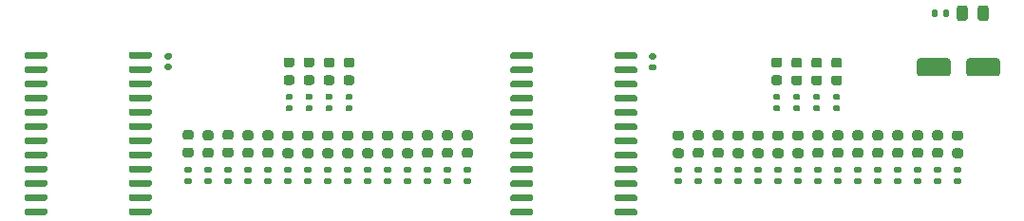
<source format=gbr>
%TF.GenerationSoftware,KiCad,Pcbnew,(5.1.10-1-10_14)*%
%TF.CreationDate,2021-09-30T16:16:12-04:00*%
%TF.ProjectId,bus-controller,6275732d-636f-46e7-9472-6f6c6c65722e,rev?*%
%TF.SameCoordinates,Original*%
%TF.FileFunction,Paste,Top*%
%TF.FilePolarity,Positive*%
%FSLAX46Y46*%
G04 Gerber Fmt 4.6, Leading zero omitted, Abs format (unit mm)*
G04 Created by KiCad (PCBNEW (5.1.10-1-10_14)) date 2021-09-30 16:16:12*
%MOMM*%
%LPD*%
G01*
G04 APERTURE LIST*
G04 APERTURE END LIST*
%TO.C,R39*%
G36*
G01*
X187466000Y-110813000D02*
X187466000Y-111183000D01*
G75*
G02*
X187331000Y-111318000I-135000J0D01*
G01*
X187061000Y-111318000D01*
G75*
G02*
X186926000Y-111183000I0J135000D01*
G01*
X186926000Y-110813000D01*
G75*
G02*
X187061000Y-110678000I135000J0D01*
G01*
X187331000Y-110678000D01*
G75*
G02*
X187466000Y-110813000I0J-135000D01*
G01*
G37*
G36*
G01*
X188486000Y-110813000D02*
X188486000Y-111183000D01*
G75*
G02*
X188351000Y-111318000I-135000J0D01*
G01*
X188081000Y-111318000D01*
G75*
G02*
X187946000Y-111183000I0J135000D01*
G01*
X187946000Y-110813000D01*
G75*
G02*
X188081000Y-110678000I135000J0D01*
G01*
X188351000Y-110678000D01*
G75*
G02*
X188486000Y-110813000I0J-135000D01*
G01*
G37*
%TD*%
%TO.C,D39*%
G36*
G01*
X191028500Y-111454250D02*
X191028500Y-110541750D01*
G75*
G02*
X191272250Y-110298000I243750J0D01*
G01*
X191759750Y-110298000D01*
G75*
G02*
X192003500Y-110541750I0J-243750D01*
G01*
X192003500Y-111454250D01*
G75*
G02*
X191759750Y-111698000I-243750J0D01*
G01*
X191272250Y-111698000D01*
G75*
G02*
X191028500Y-111454250I0J243750D01*
G01*
G37*
G36*
G01*
X189153500Y-111454250D02*
X189153500Y-110541750D01*
G75*
G02*
X189397250Y-110298000I243750J0D01*
G01*
X189884750Y-110298000D01*
G75*
G02*
X190128500Y-110541750I0J-243750D01*
G01*
X190128500Y-111454250D01*
G75*
G02*
X189884750Y-111698000I-243750J0D01*
G01*
X189397250Y-111698000D01*
G75*
G02*
X189153500Y-111454250I0J243750D01*
G01*
G37*
%TD*%
%TO.C,R38*%
G36*
G01*
X189045000Y-125716000D02*
X189415000Y-125716000D01*
G75*
G02*
X189550000Y-125851000I0J-135000D01*
G01*
X189550000Y-126121000D01*
G75*
G02*
X189415000Y-126256000I-135000J0D01*
G01*
X189045000Y-126256000D01*
G75*
G02*
X188910000Y-126121000I0J135000D01*
G01*
X188910000Y-125851000D01*
G75*
G02*
X189045000Y-125716000I135000J0D01*
G01*
G37*
G36*
G01*
X189045000Y-124696000D02*
X189415000Y-124696000D01*
G75*
G02*
X189550000Y-124831000I0J-135000D01*
G01*
X189550000Y-125101000D01*
G75*
G02*
X189415000Y-125236000I-135000J0D01*
G01*
X189045000Y-125236000D01*
G75*
G02*
X188910000Y-125101000I0J135000D01*
G01*
X188910000Y-124831000D01*
G75*
G02*
X189045000Y-124696000I135000J0D01*
G01*
G37*
%TD*%
%TO.C,R37*%
G36*
G01*
X187267000Y-125714000D02*
X187637000Y-125714000D01*
G75*
G02*
X187772000Y-125849000I0J-135000D01*
G01*
X187772000Y-126119000D01*
G75*
G02*
X187637000Y-126254000I-135000J0D01*
G01*
X187267000Y-126254000D01*
G75*
G02*
X187132000Y-126119000I0J135000D01*
G01*
X187132000Y-125849000D01*
G75*
G02*
X187267000Y-125714000I135000J0D01*
G01*
G37*
G36*
G01*
X187267000Y-124694000D02*
X187637000Y-124694000D01*
G75*
G02*
X187772000Y-124829000I0J-135000D01*
G01*
X187772000Y-125099000D01*
G75*
G02*
X187637000Y-125234000I-135000J0D01*
G01*
X187267000Y-125234000D01*
G75*
G02*
X187132000Y-125099000I0J135000D01*
G01*
X187132000Y-124829000D01*
G75*
G02*
X187267000Y-124694000I135000J0D01*
G01*
G37*
%TD*%
%TO.C,R36*%
G36*
G01*
X185489000Y-125714000D02*
X185859000Y-125714000D01*
G75*
G02*
X185994000Y-125849000I0J-135000D01*
G01*
X185994000Y-126119000D01*
G75*
G02*
X185859000Y-126254000I-135000J0D01*
G01*
X185489000Y-126254000D01*
G75*
G02*
X185354000Y-126119000I0J135000D01*
G01*
X185354000Y-125849000D01*
G75*
G02*
X185489000Y-125714000I135000J0D01*
G01*
G37*
G36*
G01*
X185489000Y-124694000D02*
X185859000Y-124694000D01*
G75*
G02*
X185994000Y-124829000I0J-135000D01*
G01*
X185994000Y-125099000D01*
G75*
G02*
X185859000Y-125234000I-135000J0D01*
G01*
X185489000Y-125234000D01*
G75*
G02*
X185354000Y-125099000I0J135000D01*
G01*
X185354000Y-124829000D01*
G75*
G02*
X185489000Y-124694000I135000J0D01*
G01*
G37*
%TD*%
%TO.C,R35*%
G36*
G01*
X183711000Y-125714000D02*
X184081000Y-125714000D01*
G75*
G02*
X184216000Y-125849000I0J-135000D01*
G01*
X184216000Y-126119000D01*
G75*
G02*
X184081000Y-126254000I-135000J0D01*
G01*
X183711000Y-126254000D01*
G75*
G02*
X183576000Y-126119000I0J135000D01*
G01*
X183576000Y-125849000D01*
G75*
G02*
X183711000Y-125714000I135000J0D01*
G01*
G37*
G36*
G01*
X183711000Y-124694000D02*
X184081000Y-124694000D01*
G75*
G02*
X184216000Y-124829000I0J-135000D01*
G01*
X184216000Y-125099000D01*
G75*
G02*
X184081000Y-125234000I-135000J0D01*
G01*
X183711000Y-125234000D01*
G75*
G02*
X183576000Y-125099000I0J135000D01*
G01*
X183576000Y-124829000D01*
G75*
G02*
X183711000Y-124694000I135000J0D01*
G01*
G37*
%TD*%
%TO.C,R34*%
G36*
G01*
X181933000Y-125718000D02*
X182303000Y-125718000D01*
G75*
G02*
X182438000Y-125853000I0J-135000D01*
G01*
X182438000Y-126123000D01*
G75*
G02*
X182303000Y-126258000I-135000J0D01*
G01*
X181933000Y-126258000D01*
G75*
G02*
X181798000Y-126123000I0J135000D01*
G01*
X181798000Y-125853000D01*
G75*
G02*
X181933000Y-125718000I135000J0D01*
G01*
G37*
G36*
G01*
X181933000Y-124698000D02*
X182303000Y-124698000D01*
G75*
G02*
X182438000Y-124833000I0J-135000D01*
G01*
X182438000Y-125103000D01*
G75*
G02*
X182303000Y-125238000I-135000J0D01*
G01*
X181933000Y-125238000D01*
G75*
G02*
X181798000Y-125103000I0J135000D01*
G01*
X181798000Y-124833000D01*
G75*
G02*
X181933000Y-124698000I135000J0D01*
G01*
G37*
%TD*%
%TO.C,R33*%
G36*
G01*
X180155000Y-125714000D02*
X180525000Y-125714000D01*
G75*
G02*
X180660000Y-125849000I0J-135000D01*
G01*
X180660000Y-126119000D01*
G75*
G02*
X180525000Y-126254000I-135000J0D01*
G01*
X180155000Y-126254000D01*
G75*
G02*
X180020000Y-126119000I0J135000D01*
G01*
X180020000Y-125849000D01*
G75*
G02*
X180155000Y-125714000I135000J0D01*
G01*
G37*
G36*
G01*
X180155000Y-124694000D02*
X180525000Y-124694000D01*
G75*
G02*
X180660000Y-124829000I0J-135000D01*
G01*
X180660000Y-125099000D01*
G75*
G02*
X180525000Y-125234000I-135000J0D01*
G01*
X180155000Y-125234000D01*
G75*
G02*
X180020000Y-125099000I0J135000D01*
G01*
X180020000Y-124829000D01*
G75*
G02*
X180155000Y-124694000I135000J0D01*
G01*
G37*
%TD*%
%TO.C,R32*%
G36*
G01*
X178377000Y-125716000D02*
X178747000Y-125716000D01*
G75*
G02*
X178882000Y-125851000I0J-135000D01*
G01*
X178882000Y-126121000D01*
G75*
G02*
X178747000Y-126256000I-135000J0D01*
G01*
X178377000Y-126256000D01*
G75*
G02*
X178242000Y-126121000I0J135000D01*
G01*
X178242000Y-125851000D01*
G75*
G02*
X178377000Y-125716000I135000J0D01*
G01*
G37*
G36*
G01*
X178377000Y-124696000D02*
X178747000Y-124696000D01*
G75*
G02*
X178882000Y-124831000I0J-135000D01*
G01*
X178882000Y-125101000D01*
G75*
G02*
X178747000Y-125236000I-135000J0D01*
G01*
X178377000Y-125236000D01*
G75*
G02*
X178242000Y-125101000I0J135000D01*
G01*
X178242000Y-124831000D01*
G75*
G02*
X178377000Y-124696000I135000J0D01*
G01*
G37*
%TD*%
%TO.C,R31*%
G36*
G01*
X176599000Y-125714000D02*
X176969000Y-125714000D01*
G75*
G02*
X177104000Y-125849000I0J-135000D01*
G01*
X177104000Y-126119000D01*
G75*
G02*
X176969000Y-126254000I-135000J0D01*
G01*
X176599000Y-126254000D01*
G75*
G02*
X176464000Y-126119000I0J135000D01*
G01*
X176464000Y-125849000D01*
G75*
G02*
X176599000Y-125714000I135000J0D01*
G01*
G37*
G36*
G01*
X176599000Y-124694000D02*
X176969000Y-124694000D01*
G75*
G02*
X177104000Y-124829000I0J-135000D01*
G01*
X177104000Y-125099000D01*
G75*
G02*
X176969000Y-125234000I-135000J0D01*
G01*
X176599000Y-125234000D01*
G75*
G02*
X176464000Y-125099000I0J135000D01*
G01*
X176464000Y-124829000D01*
G75*
G02*
X176599000Y-124694000I135000J0D01*
G01*
G37*
%TD*%
%TO.C,R30*%
G36*
G01*
X174821000Y-125718000D02*
X175191000Y-125718000D01*
G75*
G02*
X175326000Y-125853000I0J-135000D01*
G01*
X175326000Y-126123000D01*
G75*
G02*
X175191000Y-126258000I-135000J0D01*
G01*
X174821000Y-126258000D01*
G75*
G02*
X174686000Y-126123000I0J135000D01*
G01*
X174686000Y-125853000D01*
G75*
G02*
X174821000Y-125718000I135000J0D01*
G01*
G37*
G36*
G01*
X174821000Y-124698000D02*
X175191000Y-124698000D01*
G75*
G02*
X175326000Y-124833000I0J-135000D01*
G01*
X175326000Y-125103000D01*
G75*
G02*
X175191000Y-125238000I-135000J0D01*
G01*
X174821000Y-125238000D01*
G75*
G02*
X174686000Y-125103000I0J135000D01*
G01*
X174686000Y-124833000D01*
G75*
G02*
X174821000Y-124698000I135000J0D01*
G01*
G37*
%TD*%
%TO.C,R29*%
G36*
G01*
X173043000Y-125716000D02*
X173413000Y-125716000D01*
G75*
G02*
X173548000Y-125851000I0J-135000D01*
G01*
X173548000Y-126121000D01*
G75*
G02*
X173413000Y-126256000I-135000J0D01*
G01*
X173043000Y-126256000D01*
G75*
G02*
X172908000Y-126121000I0J135000D01*
G01*
X172908000Y-125851000D01*
G75*
G02*
X173043000Y-125716000I135000J0D01*
G01*
G37*
G36*
G01*
X173043000Y-124696000D02*
X173413000Y-124696000D01*
G75*
G02*
X173548000Y-124831000I0J-135000D01*
G01*
X173548000Y-125101000D01*
G75*
G02*
X173413000Y-125236000I-135000J0D01*
G01*
X173043000Y-125236000D01*
G75*
G02*
X172908000Y-125101000I0J135000D01*
G01*
X172908000Y-124831000D01*
G75*
G02*
X173043000Y-124696000I135000J0D01*
G01*
G37*
%TD*%
%TO.C,R28*%
G36*
G01*
X171265000Y-125716000D02*
X171635000Y-125716000D01*
G75*
G02*
X171770000Y-125851000I0J-135000D01*
G01*
X171770000Y-126121000D01*
G75*
G02*
X171635000Y-126256000I-135000J0D01*
G01*
X171265000Y-126256000D01*
G75*
G02*
X171130000Y-126121000I0J135000D01*
G01*
X171130000Y-125851000D01*
G75*
G02*
X171265000Y-125716000I135000J0D01*
G01*
G37*
G36*
G01*
X171265000Y-124696000D02*
X171635000Y-124696000D01*
G75*
G02*
X171770000Y-124831000I0J-135000D01*
G01*
X171770000Y-125101000D01*
G75*
G02*
X171635000Y-125236000I-135000J0D01*
G01*
X171265000Y-125236000D01*
G75*
G02*
X171130000Y-125101000I0J135000D01*
G01*
X171130000Y-124831000D01*
G75*
G02*
X171265000Y-124696000I135000J0D01*
G01*
G37*
%TD*%
%TO.C,R27*%
G36*
G01*
X169487000Y-125714000D02*
X169857000Y-125714000D01*
G75*
G02*
X169992000Y-125849000I0J-135000D01*
G01*
X169992000Y-126119000D01*
G75*
G02*
X169857000Y-126254000I-135000J0D01*
G01*
X169487000Y-126254000D01*
G75*
G02*
X169352000Y-126119000I0J135000D01*
G01*
X169352000Y-125849000D01*
G75*
G02*
X169487000Y-125714000I135000J0D01*
G01*
G37*
G36*
G01*
X169487000Y-124694000D02*
X169857000Y-124694000D01*
G75*
G02*
X169992000Y-124829000I0J-135000D01*
G01*
X169992000Y-125099000D01*
G75*
G02*
X169857000Y-125234000I-135000J0D01*
G01*
X169487000Y-125234000D01*
G75*
G02*
X169352000Y-125099000I0J135000D01*
G01*
X169352000Y-124829000D01*
G75*
G02*
X169487000Y-124694000I135000J0D01*
G01*
G37*
%TD*%
%TO.C,R26*%
G36*
G01*
X167709000Y-125716000D02*
X168079000Y-125716000D01*
G75*
G02*
X168214000Y-125851000I0J-135000D01*
G01*
X168214000Y-126121000D01*
G75*
G02*
X168079000Y-126256000I-135000J0D01*
G01*
X167709000Y-126256000D01*
G75*
G02*
X167574000Y-126121000I0J135000D01*
G01*
X167574000Y-125851000D01*
G75*
G02*
X167709000Y-125716000I135000J0D01*
G01*
G37*
G36*
G01*
X167709000Y-124696000D02*
X168079000Y-124696000D01*
G75*
G02*
X168214000Y-124831000I0J-135000D01*
G01*
X168214000Y-125101000D01*
G75*
G02*
X168079000Y-125236000I-135000J0D01*
G01*
X167709000Y-125236000D01*
G75*
G02*
X167574000Y-125101000I0J135000D01*
G01*
X167574000Y-124831000D01*
G75*
G02*
X167709000Y-124696000I135000J0D01*
G01*
G37*
%TD*%
%TO.C,R25*%
G36*
G01*
X165931000Y-125716000D02*
X166301000Y-125716000D01*
G75*
G02*
X166436000Y-125851000I0J-135000D01*
G01*
X166436000Y-126121000D01*
G75*
G02*
X166301000Y-126256000I-135000J0D01*
G01*
X165931000Y-126256000D01*
G75*
G02*
X165796000Y-126121000I0J135000D01*
G01*
X165796000Y-125851000D01*
G75*
G02*
X165931000Y-125716000I135000J0D01*
G01*
G37*
G36*
G01*
X165931000Y-124696000D02*
X166301000Y-124696000D01*
G75*
G02*
X166436000Y-124831000I0J-135000D01*
G01*
X166436000Y-125101000D01*
G75*
G02*
X166301000Y-125236000I-135000J0D01*
G01*
X165931000Y-125236000D01*
G75*
G02*
X165796000Y-125101000I0J135000D01*
G01*
X165796000Y-124831000D01*
G75*
G02*
X165931000Y-124696000I135000J0D01*
G01*
G37*
%TD*%
%TO.C,R24*%
G36*
G01*
X164153000Y-125716000D02*
X164523000Y-125716000D01*
G75*
G02*
X164658000Y-125851000I0J-135000D01*
G01*
X164658000Y-126121000D01*
G75*
G02*
X164523000Y-126256000I-135000J0D01*
G01*
X164153000Y-126256000D01*
G75*
G02*
X164018000Y-126121000I0J135000D01*
G01*
X164018000Y-125851000D01*
G75*
G02*
X164153000Y-125716000I135000J0D01*
G01*
G37*
G36*
G01*
X164153000Y-124696000D02*
X164523000Y-124696000D01*
G75*
G02*
X164658000Y-124831000I0J-135000D01*
G01*
X164658000Y-125101000D01*
G75*
G02*
X164523000Y-125236000I-135000J0D01*
G01*
X164153000Y-125236000D01*
G75*
G02*
X164018000Y-125101000I0J135000D01*
G01*
X164018000Y-124831000D01*
G75*
G02*
X164153000Y-124696000I135000J0D01*
G01*
G37*
%TD*%
%TO.C,D38*%
G36*
G01*
X189486250Y-122357500D02*
X188973750Y-122357500D01*
G75*
G02*
X188755000Y-122138750I0J218750D01*
G01*
X188755000Y-121701250D01*
G75*
G02*
X188973750Y-121482500I218750J0D01*
G01*
X189486250Y-121482500D01*
G75*
G02*
X189705000Y-121701250I0J-218750D01*
G01*
X189705000Y-122138750D01*
G75*
G02*
X189486250Y-122357500I-218750J0D01*
G01*
G37*
G36*
G01*
X189486250Y-123932500D02*
X188973750Y-123932500D01*
G75*
G02*
X188755000Y-123713750I0J218750D01*
G01*
X188755000Y-123276250D01*
G75*
G02*
X188973750Y-123057500I218750J0D01*
G01*
X189486250Y-123057500D01*
G75*
G02*
X189705000Y-123276250I0J-218750D01*
G01*
X189705000Y-123713750D01*
G75*
G02*
X189486250Y-123932500I-218750J0D01*
G01*
G37*
%TD*%
%TO.C,D37*%
G36*
G01*
X187708250Y-122332000D02*
X187195750Y-122332000D01*
G75*
G02*
X186977000Y-122113250I0J218750D01*
G01*
X186977000Y-121675750D01*
G75*
G02*
X187195750Y-121457000I218750J0D01*
G01*
X187708250Y-121457000D01*
G75*
G02*
X187927000Y-121675750I0J-218750D01*
G01*
X187927000Y-122113250D01*
G75*
G02*
X187708250Y-122332000I-218750J0D01*
G01*
G37*
G36*
G01*
X187708250Y-123907000D02*
X187195750Y-123907000D01*
G75*
G02*
X186977000Y-123688250I0J218750D01*
G01*
X186977000Y-123250750D01*
G75*
G02*
X187195750Y-123032000I218750J0D01*
G01*
X187708250Y-123032000D01*
G75*
G02*
X187927000Y-123250750I0J-218750D01*
G01*
X187927000Y-123688250D01*
G75*
G02*
X187708250Y-123907000I-218750J0D01*
G01*
G37*
%TD*%
%TO.C,D36*%
G36*
G01*
X185930250Y-122332000D02*
X185417750Y-122332000D01*
G75*
G02*
X185199000Y-122113250I0J218750D01*
G01*
X185199000Y-121675750D01*
G75*
G02*
X185417750Y-121457000I218750J0D01*
G01*
X185930250Y-121457000D01*
G75*
G02*
X186149000Y-121675750I0J-218750D01*
G01*
X186149000Y-122113250D01*
G75*
G02*
X185930250Y-122332000I-218750J0D01*
G01*
G37*
G36*
G01*
X185930250Y-123907000D02*
X185417750Y-123907000D01*
G75*
G02*
X185199000Y-123688250I0J218750D01*
G01*
X185199000Y-123250750D01*
G75*
G02*
X185417750Y-123032000I218750J0D01*
G01*
X185930250Y-123032000D01*
G75*
G02*
X186149000Y-123250750I0J-218750D01*
G01*
X186149000Y-123688250D01*
G75*
G02*
X185930250Y-123907000I-218750J0D01*
G01*
G37*
%TD*%
%TO.C,D35*%
G36*
G01*
X184152250Y-122332000D02*
X183639750Y-122332000D01*
G75*
G02*
X183421000Y-122113250I0J218750D01*
G01*
X183421000Y-121675750D01*
G75*
G02*
X183639750Y-121457000I218750J0D01*
G01*
X184152250Y-121457000D01*
G75*
G02*
X184371000Y-121675750I0J-218750D01*
G01*
X184371000Y-122113250D01*
G75*
G02*
X184152250Y-122332000I-218750J0D01*
G01*
G37*
G36*
G01*
X184152250Y-123907000D02*
X183639750Y-123907000D01*
G75*
G02*
X183421000Y-123688250I0J218750D01*
G01*
X183421000Y-123250750D01*
G75*
G02*
X183639750Y-123032000I218750J0D01*
G01*
X184152250Y-123032000D01*
G75*
G02*
X184371000Y-123250750I0J-218750D01*
G01*
X184371000Y-123688250D01*
G75*
G02*
X184152250Y-123907000I-218750J0D01*
G01*
G37*
%TD*%
%TO.C,D34*%
G36*
G01*
X182374250Y-122332000D02*
X181861750Y-122332000D01*
G75*
G02*
X181643000Y-122113250I0J218750D01*
G01*
X181643000Y-121675750D01*
G75*
G02*
X181861750Y-121457000I218750J0D01*
G01*
X182374250Y-121457000D01*
G75*
G02*
X182593000Y-121675750I0J-218750D01*
G01*
X182593000Y-122113250D01*
G75*
G02*
X182374250Y-122332000I-218750J0D01*
G01*
G37*
G36*
G01*
X182374250Y-123907000D02*
X181861750Y-123907000D01*
G75*
G02*
X181643000Y-123688250I0J218750D01*
G01*
X181643000Y-123250750D01*
G75*
G02*
X181861750Y-123032000I218750J0D01*
G01*
X182374250Y-123032000D01*
G75*
G02*
X182593000Y-123250750I0J-218750D01*
G01*
X182593000Y-123688250D01*
G75*
G02*
X182374250Y-123907000I-218750J0D01*
G01*
G37*
%TD*%
%TO.C,D33*%
G36*
G01*
X180596250Y-122332000D02*
X180083750Y-122332000D01*
G75*
G02*
X179865000Y-122113250I0J218750D01*
G01*
X179865000Y-121675750D01*
G75*
G02*
X180083750Y-121457000I218750J0D01*
G01*
X180596250Y-121457000D01*
G75*
G02*
X180815000Y-121675750I0J-218750D01*
G01*
X180815000Y-122113250D01*
G75*
G02*
X180596250Y-122332000I-218750J0D01*
G01*
G37*
G36*
G01*
X180596250Y-123907000D02*
X180083750Y-123907000D01*
G75*
G02*
X179865000Y-123688250I0J218750D01*
G01*
X179865000Y-123250750D01*
G75*
G02*
X180083750Y-123032000I218750J0D01*
G01*
X180596250Y-123032000D01*
G75*
G02*
X180815000Y-123250750I0J-218750D01*
G01*
X180815000Y-123688250D01*
G75*
G02*
X180596250Y-123907000I-218750J0D01*
G01*
G37*
%TD*%
%TO.C,D32*%
G36*
G01*
X178818250Y-122332000D02*
X178305750Y-122332000D01*
G75*
G02*
X178087000Y-122113250I0J218750D01*
G01*
X178087000Y-121675750D01*
G75*
G02*
X178305750Y-121457000I218750J0D01*
G01*
X178818250Y-121457000D01*
G75*
G02*
X179037000Y-121675750I0J-218750D01*
G01*
X179037000Y-122113250D01*
G75*
G02*
X178818250Y-122332000I-218750J0D01*
G01*
G37*
G36*
G01*
X178818250Y-123907000D02*
X178305750Y-123907000D01*
G75*
G02*
X178087000Y-123688250I0J218750D01*
G01*
X178087000Y-123250750D01*
G75*
G02*
X178305750Y-123032000I218750J0D01*
G01*
X178818250Y-123032000D01*
G75*
G02*
X179037000Y-123250750I0J-218750D01*
G01*
X179037000Y-123688250D01*
G75*
G02*
X178818250Y-123907000I-218750J0D01*
G01*
G37*
%TD*%
%TO.C,D31*%
G36*
G01*
X177040250Y-122332000D02*
X176527750Y-122332000D01*
G75*
G02*
X176309000Y-122113250I0J218750D01*
G01*
X176309000Y-121675750D01*
G75*
G02*
X176527750Y-121457000I218750J0D01*
G01*
X177040250Y-121457000D01*
G75*
G02*
X177259000Y-121675750I0J-218750D01*
G01*
X177259000Y-122113250D01*
G75*
G02*
X177040250Y-122332000I-218750J0D01*
G01*
G37*
G36*
G01*
X177040250Y-123907000D02*
X176527750Y-123907000D01*
G75*
G02*
X176309000Y-123688250I0J218750D01*
G01*
X176309000Y-123250750D01*
G75*
G02*
X176527750Y-123032000I218750J0D01*
G01*
X177040250Y-123032000D01*
G75*
G02*
X177259000Y-123250750I0J-218750D01*
G01*
X177259000Y-123688250D01*
G75*
G02*
X177040250Y-123907000I-218750J0D01*
G01*
G37*
%TD*%
%TO.C,D30*%
G36*
G01*
X175262250Y-122357500D02*
X174749750Y-122357500D01*
G75*
G02*
X174531000Y-122138750I0J218750D01*
G01*
X174531000Y-121701250D01*
G75*
G02*
X174749750Y-121482500I218750J0D01*
G01*
X175262250Y-121482500D01*
G75*
G02*
X175481000Y-121701250I0J-218750D01*
G01*
X175481000Y-122138750D01*
G75*
G02*
X175262250Y-122357500I-218750J0D01*
G01*
G37*
G36*
G01*
X175262250Y-123932500D02*
X174749750Y-123932500D01*
G75*
G02*
X174531000Y-123713750I0J218750D01*
G01*
X174531000Y-123276250D01*
G75*
G02*
X174749750Y-123057500I218750J0D01*
G01*
X175262250Y-123057500D01*
G75*
G02*
X175481000Y-123276250I0J-218750D01*
G01*
X175481000Y-123713750D01*
G75*
G02*
X175262250Y-123932500I-218750J0D01*
G01*
G37*
%TD*%
%TO.C,D29*%
G36*
G01*
X173484250Y-122357500D02*
X172971750Y-122357500D01*
G75*
G02*
X172753000Y-122138750I0J218750D01*
G01*
X172753000Y-121701250D01*
G75*
G02*
X172971750Y-121482500I218750J0D01*
G01*
X173484250Y-121482500D01*
G75*
G02*
X173703000Y-121701250I0J-218750D01*
G01*
X173703000Y-122138750D01*
G75*
G02*
X173484250Y-122357500I-218750J0D01*
G01*
G37*
G36*
G01*
X173484250Y-123932500D02*
X172971750Y-123932500D01*
G75*
G02*
X172753000Y-123713750I0J218750D01*
G01*
X172753000Y-123276250D01*
G75*
G02*
X172971750Y-123057500I218750J0D01*
G01*
X173484250Y-123057500D01*
G75*
G02*
X173703000Y-123276250I0J-218750D01*
G01*
X173703000Y-123713750D01*
G75*
G02*
X173484250Y-123932500I-218750J0D01*
G01*
G37*
%TD*%
%TO.C,D28*%
G36*
G01*
X171706250Y-122357500D02*
X171193750Y-122357500D01*
G75*
G02*
X170975000Y-122138750I0J218750D01*
G01*
X170975000Y-121701250D01*
G75*
G02*
X171193750Y-121482500I218750J0D01*
G01*
X171706250Y-121482500D01*
G75*
G02*
X171925000Y-121701250I0J-218750D01*
G01*
X171925000Y-122138750D01*
G75*
G02*
X171706250Y-122357500I-218750J0D01*
G01*
G37*
G36*
G01*
X171706250Y-123932500D02*
X171193750Y-123932500D01*
G75*
G02*
X170975000Y-123713750I0J218750D01*
G01*
X170975000Y-123276250D01*
G75*
G02*
X171193750Y-123057500I218750J0D01*
G01*
X171706250Y-123057500D01*
G75*
G02*
X171925000Y-123276250I0J-218750D01*
G01*
X171925000Y-123713750D01*
G75*
G02*
X171706250Y-123932500I-218750J0D01*
G01*
G37*
%TD*%
%TO.C,D27*%
G36*
G01*
X169928250Y-122357500D02*
X169415750Y-122357500D01*
G75*
G02*
X169197000Y-122138750I0J218750D01*
G01*
X169197000Y-121701250D01*
G75*
G02*
X169415750Y-121482500I218750J0D01*
G01*
X169928250Y-121482500D01*
G75*
G02*
X170147000Y-121701250I0J-218750D01*
G01*
X170147000Y-122138750D01*
G75*
G02*
X169928250Y-122357500I-218750J0D01*
G01*
G37*
G36*
G01*
X169928250Y-123932500D02*
X169415750Y-123932500D01*
G75*
G02*
X169197000Y-123713750I0J218750D01*
G01*
X169197000Y-123276250D01*
G75*
G02*
X169415750Y-123057500I218750J0D01*
G01*
X169928250Y-123057500D01*
G75*
G02*
X170147000Y-123276250I0J-218750D01*
G01*
X170147000Y-123713750D01*
G75*
G02*
X169928250Y-123932500I-218750J0D01*
G01*
G37*
%TD*%
%TO.C,D26*%
G36*
G01*
X168150250Y-122332000D02*
X167637750Y-122332000D01*
G75*
G02*
X167419000Y-122113250I0J218750D01*
G01*
X167419000Y-121675750D01*
G75*
G02*
X167637750Y-121457000I218750J0D01*
G01*
X168150250Y-121457000D01*
G75*
G02*
X168369000Y-121675750I0J-218750D01*
G01*
X168369000Y-122113250D01*
G75*
G02*
X168150250Y-122332000I-218750J0D01*
G01*
G37*
G36*
G01*
X168150250Y-123907000D02*
X167637750Y-123907000D01*
G75*
G02*
X167419000Y-123688250I0J218750D01*
G01*
X167419000Y-123250750D01*
G75*
G02*
X167637750Y-123032000I218750J0D01*
G01*
X168150250Y-123032000D01*
G75*
G02*
X168369000Y-123250750I0J-218750D01*
G01*
X168369000Y-123688250D01*
G75*
G02*
X168150250Y-123907000I-218750J0D01*
G01*
G37*
%TD*%
%TO.C,D25*%
G36*
G01*
X166372250Y-122332000D02*
X165859750Y-122332000D01*
G75*
G02*
X165641000Y-122113250I0J218750D01*
G01*
X165641000Y-121675750D01*
G75*
G02*
X165859750Y-121457000I218750J0D01*
G01*
X166372250Y-121457000D01*
G75*
G02*
X166591000Y-121675750I0J-218750D01*
G01*
X166591000Y-122113250D01*
G75*
G02*
X166372250Y-122332000I-218750J0D01*
G01*
G37*
G36*
G01*
X166372250Y-123907000D02*
X165859750Y-123907000D01*
G75*
G02*
X165641000Y-123688250I0J218750D01*
G01*
X165641000Y-123250750D01*
G75*
G02*
X165859750Y-123032000I218750J0D01*
G01*
X166372250Y-123032000D01*
G75*
G02*
X166591000Y-123250750I0J-218750D01*
G01*
X166591000Y-123688250D01*
G75*
G02*
X166372250Y-123907000I-218750J0D01*
G01*
G37*
%TD*%
%TO.C,D24*%
G36*
G01*
X164594250Y-122357500D02*
X164081750Y-122357500D01*
G75*
G02*
X163863000Y-122138750I0J218750D01*
G01*
X163863000Y-121701250D01*
G75*
G02*
X164081750Y-121482500I218750J0D01*
G01*
X164594250Y-121482500D01*
G75*
G02*
X164813000Y-121701250I0J-218750D01*
G01*
X164813000Y-122138750D01*
G75*
G02*
X164594250Y-122357500I-218750J0D01*
G01*
G37*
G36*
G01*
X164594250Y-123932500D02*
X164081750Y-123932500D01*
G75*
G02*
X163863000Y-123713750I0J218750D01*
G01*
X163863000Y-123276250D01*
G75*
G02*
X164081750Y-123057500I218750J0D01*
G01*
X164594250Y-123057500D01*
G75*
G02*
X164813000Y-123276250I0J-218750D01*
G01*
X164813000Y-123713750D01*
G75*
G02*
X164594250Y-123932500I-218750J0D01*
G01*
G37*
%TD*%
%TO.C,R17*%
G36*
G01*
X134689000Y-125716000D02*
X135059000Y-125716000D01*
G75*
G02*
X135194000Y-125851000I0J-135000D01*
G01*
X135194000Y-126121000D01*
G75*
G02*
X135059000Y-126256000I-135000J0D01*
G01*
X134689000Y-126256000D01*
G75*
G02*
X134554000Y-126121000I0J135000D01*
G01*
X134554000Y-125851000D01*
G75*
G02*
X134689000Y-125716000I135000J0D01*
G01*
G37*
G36*
G01*
X134689000Y-124696000D02*
X135059000Y-124696000D01*
G75*
G02*
X135194000Y-124831000I0J-135000D01*
G01*
X135194000Y-125101000D01*
G75*
G02*
X135059000Y-125236000I-135000J0D01*
G01*
X134689000Y-125236000D01*
G75*
G02*
X134554000Y-125101000I0J135000D01*
G01*
X134554000Y-124831000D01*
G75*
G02*
X134689000Y-124696000I135000J0D01*
G01*
G37*
%TD*%
%TO.C,R23*%
G36*
G01*
X145357000Y-125714000D02*
X145727000Y-125714000D01*
G75*
G02*
X145862000Y-125849000I0J-135000D01*
G01*
X145862000Y-126119000D01*
G75*
G02*
X145727000Y-126254000I-135000J0D01*
G01*
X145357000Y-126254000D01*
G75*
G02*
X145222000Y-126119000I0J135000D01*
G01*
X145222000Y-125849000D01*
G75*
G02*
X145357000Y-125714000I135000J0D01*
G01*
G37*
G36*
G01*
X145357000Y-124694000D02*
X145727000Y-124694000D01*
G75*
G02*
X145862000Y-124829000I0J-135000D01*
G01*
X145862000Y-125099000D01*
G75*
G02*
X145727000Y-125234000I-135000J0D01*
G01*
X145357000Y-125234000D01*
G75*
G02*
X145222000Y-125099000I0J135000D01*
G01*
X145222000Y-124829000D01*
G75*
G02*
X145357000Y-124694000I135000J0D01*
G01*
G37*
%TD*%
%TO.C,R22*%
G36*
G01*
X143579000Y-125718000D02*
X143949000Y-125718000D01*
G75*
G02*
X144084000Y-125853000I0J-135000D01*
G01*
X144084000Y-126123000D01*
G75*
G02*
X143949000Y-126258000I-135000J0D01*
G01*
X143579000Y-126258000D01*
G75*
G02*
X143444000Y-126123000I0J135000D01*
G01*
X143444000Y-125853000D01*
G75*
G02*
X143579000Y-125718000I135000J0D01*
G01*
G37*
G36*
G01*
X143579000Y-124698000D02*
X143949000Y-124698000D01*
G75*
G02*
X144084000Y-124833000I0J-135000D01*
G01*
X144084000Y-125103000D01*
G75*
G02*
X143949000Y-125238000I-135000J0D01*
G01*
X143579000Y-125238000D01*
G75*
G02*
X143444000Y-125103000I0J135000D01*
G01*
X143444000Y-124833000D01*
G75*
G02*
X143579000Y-124698000I135000J0D01*
G01*
G37*
%TD*%
%TO.C,R21*%
G36*
G01*
X141801000Y-125718000D02*
X142171000Y-125718000D01*
G75*
G02*
X142306000Y-125853000I0J-135000D01*
G01*
X142306000Y-126123000D01*
G75*
G02*
X142171000Y-126258000I-135000J0D01*
G01*
X141801000Y-126258000D01*
G75*
G02*
X141666000Y-126123000I0J135000D01*
G01*
X141666000Y-125853000D01*
G75*
G02*
X141801000Y-125718000I135000J0D01*
G01*
G37*
G36*
G01*
X141801000Y-124698000D02*
X142171000Y-124698000D01*
G75*
G02*
X142306000Y-124833000I0J-135000D01*
G01*
X142306000Y-125103000D01*
G75*
G02*
X142171000Y-125238000I-135000J0D01*
G01*
X141801000Y-125238000D01*
G75*
G02*
X141666000Y-125103000I0J135000D01*
G01*
X141666000Y-124833000D01*
G75*
G02*
X141801000Y-124698000I135000J0D01*
G01*
G37*
%TD*%
%TO.C,R20*%
G36*
G01*
X140023000Y-125718000D02*
X140393000Y-125718000D01*
G75*
G02*
X140528000Y-125853000I0J-135000D01*
G01*
X140528000Y-126123000D01*
G75*
G02*
X140393000Y-126258000I-135000J0D01*
G01*
X140023000Y-126258000D01*
G75*
G02*
X139888000Y-126123000I0J135000D01*
G01*
X139888000Y-125853000D01*
G75*
G02*
X140023000Y-125718000I135000J0D01*
G01*
G37*
G36*
G01*
X140023000Y-124698000D02*
X140393000Y-124698000D01*
G75*
G02*
X140528000Y-124833000I0J-135000D01*
G01*
X140528000Y-125103000D01*
G75*
G02*
X140393000Y-125238000I-135000J0D01*
G01*
X140023000Y-125238000D01*
G75*
G02*
X139888000Y-125103000I0J135000D01*
G01*
X139888000Y-124833000D01*
G75*
G02*
X140023000Y-124698000I135000J0D01*
G01*
G37*
%TD*%
%TO.C,R19*%
G36*
G01*
X138245000Y-125714000D02*
X138615000Y-125714000D01*
G75*
G02*
X138750000Y-125849000I0J-135000D01*
G01*
X138750000Y-126119000D01*
G75*
G02*
X138615000Y-126254000I-135000J0D01*
G01*
X138245000Y-126254000D01*
G75*
G02*
X138110000Y-126119000I0J135000D01*
G01*
X138110000Y-125849000D01*
G75*
G02*
X138245000Y-125714000I135000J0D01*
G01*
G37*
G36*
G01*
X138245000Y-124694000D02*
X138615000Y-124694000D01*
G75*
G02*
X138750000Y-124829000I0J-135000D01*
G01*
X138750000Y-125099000D01*
G75*
G02*
X138615000Y-125234000I-135000J0D01*
G01*
X138245000Y-125234000D01*
G75*
G02*
X138110000Y-125099000I0J135000D01*
G01*
X138110000Y-124829000D01*
G75*
G02*
X138245000Y-124694000I135000J0D01*
G01*
G37*
%TD*%
%TO.C,R18*%
G36*
G01*
X136467000Y-125716000D02*
X136837000Y-125716000D01*
G75*
G02*
X136972000Y-125851000I0J-135000D01*
G01*
X136972000Y-126121000D01*
G75*
G02*
X136837000Y-126256000I-135000J0D01*
G01*
X136467000Y-126256000D01*
G75*
G02*
X136332000Y-126121000I0J135000D01*
G01*
X136332000Y-125851000D01*
G75*
G02*
X136467000Y-125716000I135000J0D01*
G01*
G37*
G36*
G01*
X136467000Y-124696000D02*
X136837000Y-124696000D01*
G75*
G02*
X136972000Y-124831000I0J-135000D01*
G01*
X136972000Y-125101000D01*
G75*
G02*
X136837000Y-125236000I-135000J0D01*
G01*
X136467000Y-125236000D01*
G75*
G02*
X136332000Y-125101000I0J135000D01*
G01*
X136332000Y-124831000D01*
G75*
G02*
X136467000Y-124696000I135000J0D01*
G01*
G37*
%TD*%
%TO.C,R16*%
G36*
G01*
X132911000Y-125718000D02*
X133281000Y-125718000D01*
G75*
G02*
X133416000Y-125853000I0J-135000D01*
G01*
X133416000Y-126123000D01*
G75*
G02*
X133281000Y-126258000I-135000J0D01*
G01*
X132911000Y-126258000D01*
G75*
G02*
X132776000Y-126123000I0J135000D01*
G01*
X132776000Y-125853000D01*
G75*
G02*
X132911000Y-125718000I135000J0D01*
G01*
G37*
G36*
G01*
X132911000Y-124698000D02*
X133281000Y-124698000D01*
G75*
G02*
X133416000Y-124833000I0J-135000D01*
G01*
X133416000Y-125103000D01*
G75*
G02*
X133281000Y-125238000I-135000J0D01*
G01*
X132911000Y-125238000D01*
G75*
G02*
X132776000Y-125103000I0J135000D01*
G01*
X132776000Y-124833000D01*
G75*
G02*
X132911000Y-124698000I135000J0D01*
G01*
G37*
%TD*%
%TO.C,R15*%
G36*
G01*
X131133000Y-125716000D02*
X131503000Y-125716000D01*
G75*
G02*
X131638000Y-125851000I0J-135000D01*
G01*
X131638000Y-126121000D01*
G75*
G02*
X131503000Y-126256000I-135000J0D01*
G01*
X131133000Y-126256000D01*
G75*
G02*
X130998000Y-126121000I0J135000D01*
G01*
X130998000Y-125851000D01*
G75*
G02*
X131133000Y-125716000I135000J0D01*
G01*
G37*
G36*
G01*
X131133000Y-124696000D02*
X131503000Y-124696000D01*
G75*
G02*
X131638000Y-124831000I0J-135000D01*
G01*
X131638000Y-125101000D01*
G75*
G02*
X131503000Y-125236000I-135000J0D01*
G01*
X131133000Y-125236000D01*
G75*
G02*
X130998000Y-125101000I0J135000D01*
G01*
X130998000Y-124831000D01*
G75*
G02*
X131133000Y-124696000I135000J0D01*
G01*
G37*
%TD*%
%TO.C,R14*%
G36*
G01*
X129355000Y-125718000D02*
X129725000Y-125718000D01*
G75*
G02*
X129860000Y-125853000I0J-135000D01*
G01*
X129860000Y-126123000D01*
G75*
G02*
X129725000Y-126258000I-135000J0D01*
G01*
X129355000Y-126258000D01*
G75*
G02*
X129220000Y-126123000I0J135000D01*
G01*
X129220000Y-125853000D01*
G75*
G02*
X129355000Y-125718000I135000J0D01*
G01*
G37*
G36*
G01*
X129355000Y-124698000D02*
X129725000Y-124698000D01*
G75*
G02*
X129860000Y-124833000I0J-135000D01*
G01*
X129860000Y-125103000D01*
G75*
G02*
X129725000Y-125238000I-135000J0D01*
G01*
X129355000Y-125238000D01*
G75*
G02*
X129220000Y-125103000I0J135000D01*
G01*
X129220000Y-124833000D01*
G75*
G02*
X129355000Y-124698000I135000J0D01*
G01*
G37*
%TD*%
%TO.C,R13*%
G36*
G01*
X127577000Y-125714000D02*
X127947000Y-125714000D01*
G75*
G02*
X128082000Y-125849000I0J-135000D01*
G01*
X128082000Y-126119000D01*
G75*
G02*
X127947000Y-126254000I-135000J0D01*
G01*
X127577000Y-126254000D01*
G75*
G02*
X127442000Y-126119000I0J135000D01*
G01*
X127442000Y-125849000D01*
G75*
G02*
X127577000Y-125714000I135000J0D01*
G01*
G37*
G36*
G01*
X127577000Y-124694000D02*
X127947000Y-124694000D01*
G75*
G02*
X128082000Y-124829000I0J-135000D01*
G01*
X128082000Y-125099000D01*
G75*
G02*
X127947000Y-125234000I-135000J0D01*
G01*
X127577000Y-125234000D01*
G75*
G02*
X127442000Y-125099000I0J135000D01*
G01*
X127442000Y-124829000D01*
G75*
G02*
X127577000Y-124694000I135000J0D01*
G01*
G37*
%TD*%
%TO.C,R12*%
G36*
G01*
X125799000Y-125714000D02*
X126169000Y-125714000D01*
G75*
G02*
X126304000Y-125849000I0J-135000D01*
G01*
X126304000Y-126119000D01*
G75*
G02*
X126169000Y-126254000I-135000J0D01*
G01*
X125799000Y-126254000D01*
G75*
G02*
X125664000Y-126119000I0J135000D01*
G01*
X125664000Y-125849000D01*
G75*
G02*
X125799000Y-125714000I135000J0D01*
G01*
G37*
G36*
G01*
X125799000Y-124694000D02*
X126169000Y-124694000D01*
G75*
G02*
X126304000Y-124829000I0J-135000D01*
G01*
X126304000Y-125099000D01*
G75*
G02*
X126169000Y-125234000I-135000J0D01*
G01*
X125799000Y-125234000D01*
G75*
G02*
X125664000Y-125099000I0J135000D01*
G01*
X125664000Y-124829000D01*
G75*
G02*
X125799000Y-124694000I135000J0D01*
G01*
G37*
%TD*%
%TO.C,R11*%
G36*
G01*
X124021000Y-125714000D02*
X124391000Y-125714000D01*
G75*
G02*
X124526000Y-125849000I0J-135000D01*
G01*
X124526000Y-126119000D01*
G75*
G02*
X124391000Y-126254000I-135000J0D01*
G01*
X124021000Y-126254000D01*
G75*
G02*
X123886000Y-126119000I0J135000D01*
G01*
X123886000Y-125849000D01*
G75*
G02*
X124021000Y-125714000I135000J0D01*
G01*
G37*
G36*
G01*
X124021000Y-124694000D02*
X124391000Y-124694000D01*
G75*
G02*
X124526000Y-124829000I0J-135000D01*
G01*
X124526000Y-125099000D01*
G75*
G02*
X124391000Y-125234000I-135000J0D01*
G01*
X124021000Y-125234000D01*
G75*
G02*
X123886000Y-125099000I0J135000D01*
G01*
X123886000Y-124829000D01*
G75*
G02*
X124021000Y-124694000I135000J0D01*
G01*
G37*
%TD*%
%TO.C,R10*%
G36*
G01*
X122243000Y-125716000D02*
X122613000Y-125716000D01*
G75*
G02*
X122748000Y-125851000I0J-135000D01*
G01*
X122748000Y-126121000D01*
G75*
G02*
X122613000Y-126256000I-135000J0D01*
G01*
X122243000Y-126256000D01*
G75*
G02*
X122108000Y-126121000I0J135000D01*
G01*
X122108000Y-125851000D01*
G75*
G02*
X122243000Y-125716000I135000J0D01*
G01*
G37*
G36*
G01*
X122243000Y-124696000D02*
X122613000Y-124696000D01*
G75*
G02*
X122748000Y-124831000I0J-135000D01*
G01*
X122748000Y-125101000D01*
G75*
G02*
X122613000Y-125236000I-135000J0D01*
G01*
X122243000Y-125236000D01*
G75*
G02*
X122108000Y-125101000I0J135000D01*
G01*
X122108000Y-124831000D01*
G75*
G02*
X122243000Y-124696000I135000J0D01*
G01*
G37*
%TD*%
%TO.C,R9*%
G36*
G01*
X120465000Y-125714000D02*
X120835000Y-125714000D01*
G75*
G02*
X120970000Y-125849000I0J-135000D01*
G01*
X120970000Y-126119000D01*
G75*
G02*
X120835000Y-126254000I-135000J0D01*
G01*
X120465000Y-126254000D01*
G75*
G02*
X120330000Y-126119000I0J135000D01*
G01*
X120330000Y-125849000D01*
G75*
G02*
X120465000Y-125714000I135000J0D01*
G01*
G37*
G36*
G01*
X120465000Y-124694000D02*
X120835000Y-124694000D01*
G75*
G02*
X120970000Y-124829000I0J-135000D01*
G01*
X120970000Y-125099000D01*
G75*
G02*
X120835000Y-125234000I-135000J0D01*
G01*
X120465000Y-125234000D01*
G75*
G02*
X120330000Y-125099000I0J135000D01*
G01*
X120330000Y-124829000D01*
G75*
G02*
X120465000Y-124694000I135000J0D01*
G01*
G37*
%TD*%
%TO.C,D23*%
G36*
G01*
X145798250Y-122332000D02*
X145285750Y-122332000D01*
G75*
G02*
X145067000Y-122113250I0J218750D01*
G01*
X145067000Y-121675750D01*
G75*
G02*
X145285750Y-121457000I218750J0D01*
G01*
X145798250Y-121457000D01*
G75*
G02*
X146017000Y-121675750I0J-218750D01*
G01*
X146017000Y-122113250D01*
G75*
G02*
X145798250Y-122332000I-218750J0D01*
G01*
G37*
G36*
G01*
X145798250Y-123907000D02*
X145285750Y-123907000D01*
G75*
G02*
X145067000Y-123688250I0J218750D01*
G01*
X145067000Y-123250750D01*
G75*
G02*
X145285750Y-123032000I218750J0D01*
G01*
X145798250Y-123032000D01*
G75*
G02*
X146017000Y-123250750I0J-218750D01*
G01*
X146017000Y-123688250D01*
G75*
G02*
X145798250Y-123907000I-218750J0D01*
G01*
G37*
%TD*%
%TO.C,D22*%
G36*
G01*
X144020250Y-122332000D02*
X143507750Y-122332000D01*
G75*
G02*
X143289000Y-122113250I0J218750D01*
G01*
X143289000Y-121675750D01*
G75*
G02*
X143507750Y-121457000I218750J0D01*
G01*
X144020250Y-121457000D01*
G75*
G02*
X144239000Y-121675750I0J-218750D01*
G01*
X144239000Y-122113250D01*
G75*
G02*
X144020250Y-122332000I-218750J0D01*
G01*
G37*
G36*
G01*
X144020250Y-123907000D02*
X143507750Y-123907000D01*
G75*
G02*
X143289000Y-123688250I0J218750D01*
G01*
X143289000Y-123250750D01*
G75*
G02*
X143507750Y-123032000I218750J0D01*
G01*
X144020250Y-123032000D01*
G75*
G02*
X144239000Y-123250750I0J-218750D01*
G01*
X144239000Y-123688250D01*
G75*
G02*
X144020250Y-123907000I-218750J0D01*
G01*
G37*
%TD*%
%TO.C,D21*%
G36*
G01*
X142242250Y-122332000D02*
X141729750Y-122332000D01*
G75*
G02*
X141511000Y-122113250I0J218750D01*
G01*
X141511000Y-121675750D01*
G75*
G02*
X141729750Y-121457000I218750J0D01*
G01*
X142242250Y-121457000D01*
G75*
G02*
X142461000Y-121675750I0J-218750D01*
G01*
X142461000Y-122113250D01*
G75*
G02*
X142242250Y-122332000I-218750J0D01*
G01*
G37*
G36*
G01*
X142242250Y-123907000D02*
X141729750Y-123907000D01*
G75*
G02*
X141511000Y-123688250I0J218750D01*
G01*
X141511000Y-123250750D01*
G75*
G02*
X141729750Y-123032000I218750J0D01*
G01*
X142242250Y-123032000D01*
G75*
G02*
X142461000Y-123250750I0J-218750D01*
G01*
X142461000Y-123688250D01*
G75*
G02*
X142242250Y-123907000I-218750J0D01*
G01*
G37*
%TD*%
%TO.C,D20*%
G36*
G01*
X140464250Y-122357500D02*
X139951750Y-122357500D01*
G75*
G02*
X139733000Y-122138750I0J218750D01*
G01*
X139733000Y-121701250D01*
G75*
G02*
X139951750Y-121482500I218750J0D01*
G01*
X140464250Y-121482500D01*
G75*
G02*
X140683000Y-121701250I0J-218750D01*
G01*
X140683000Y-122138750D01*
G75*
G02*
X140464250Y-122357500I-218750J0D01*
G01*
G37*
G36*
G01*
X140464250Y-123932500D02*
X139951750Y-123932500D01*
G75*
G02*
X139733000Y-123713750I0J218750D01*
G01*
X139733000Y-123276250D01*
G75*
G02*
X139951750Y-123057500I218750J0D01*
G01*
X140464250Y-123057500D01*
G75*
G02*
X140683000Y-123276250I0J-218750D01*
G01*
X140683000Y-123713750D01*
G75*
G02*
X140464250Y-123932500I-218750J0D01*
G01*
G37*
%TD*%
%TO.C,D19*%
G36*
G01*
X138686250Y-122357500D02*
X138173750Y-122357500D01*
G75*
G02*
X137955000Y-122138750I0J218750D01*
G01*
X137955000Y-121701250D01*
G75*
G02*
X138173750Y-121482500I218750J0D01*
G01*
X138686250Y-121482500D01*
G75*
G02*
X138905000Y-121701250I0J-218750D01*
G01*
X138905000Y-122138750D01*
G75*
G02*
X138686250Y-122357500I-218750J0D01*
G01*
G37*
G36*
G01*
X138686250Y-123932500D02*
X138173750Y-123932500D01*
G75*
G02*
X137955000Y-123713750I0J218750D01*
G01*
X137955000Y-123276250D01*
G75*
G02*
X138173750Y-123057500I218750J0D01*
G01*
X138686250Y-123057500D01*
G75*
G02*
X138905000Y-123276250I0J-218750D01*
G01*
X138905000Y-123713750D01*
G75*
G02*
X138686250Y-123932500I-218750J0D01*
G01*
G37*
%TD*%
%TO.C,D18*%
G36*
G01*
X136908250Y-122357500D02*
X136395750Y-122357500D01*
G75*
G02*
X136177000Y-122138750I0J218750D01*
G01*
X136177000Y-121701250D01*
G75*
G02*
X136395750Y-121482500I218750J0D01*
G01*
X136908250Y-121482500D01*
G75*
G02*
X137127000Y-121701250I0J-218750D01*
G01*
X137127000Y-122138750D01*
G75*
G02*
X136908250Y-122357500I-218750J0D01*
G01*
G37*
G36*
G01*
X136908250Y-123932500D02*
X136395750Y-123932500D01*
G75*
G02*
X136177000Y-123713750I0J218750D01*
G01*
X136177000Y-123276250D01*
G75*
G02*
X136395750Y-123057500I218750J0D01*
G01*
X136908250Y-123057500D01*
G75*
G02*
X137127000Y-123276250I0J-218750D01*
G01*
X137127000Y-123713750D01*
G75*
G02*
X136908250Y-123932500I-218750J0D01*
G01*
G37*
%TD*%
%TO.C,D17*%
G36*
G01*
X135130250Y-122357500D02*
X134617750Y-122357500D01*
G75*
G02*
X134399000Y-122138750I0J218750D01*
G01*
X134399000Y-121701250D01*
G75*
G02*
X134617750Y-121482500I218750J0D01*
G01*
X135130250Y-121482500D01*
G75*
G02*
X135349000Y-121701250I0J-218750D01*
G01*
X135349000Y-122138750D01*
G75*
G02*
X135130250Y-122357500I-218750J0D01*
G01*
G37*
G36*
G01*
X135130250Y-123932500D02*
X134617750Y-123932500D01*
G75*
G02*
X134399000Y-123713750I0J218750D01*
G01*
X134399000Y-123276250D01*
G75*
G02*
X134617750Y-123057500I218750J0D01*
G01*
X135130250Y-123057500D01*
G75*
G02*
X135349000Y-123276250I0J-218750D01*
G01*
X135349000Y-123713750D01*
G75*
G02*
X135130250Y-123932500I-218750J0D01*
G01*
G37*
%TD*%
%TO.C,D16*%
G36*
G01*
X133352250Y-122357500D02*
X132839750Y-122357500D01*
G75*
G02*
X132621000Y-122138750I0J218750D01*
G01*
X132621000Y-121701250D01*
G75*
G02*
X132839750Y-121482500I218750J0D01*
G01*
X133352250Y-121482500D01*
G75*
G02*
X133571000Y-121701250I0J-218750D01*
G01*
X133571000Y-122138750D01*
G75*
G02*
X133352250Y-122357500I-218750J0D01*
G01*
G37*
G36*
G01*
X133352250Y-123932500D02*
X132839750Y-123932500D01*
G75*
G02*
X132621000Y-123713750I0J218750D01*
G01*
X132621000Y-123276250D01*
G75*
G02*
X132839750Y-123057500I218750J0D01*
G01*
X133352250Y-123057500D01*
G75*
G02*
X133571000Y-123276250I0J-218750D01*
G01*
X133571000Y-123713750D01*
G75*
G02*
X133352250Y-123932500I-218750J0D01*
G01*
G37*
%TD*%
%TO.C,D15*%
G36*
G01*
X131574250Y-122357500D02*
X131061750Y-122357500D01*
G75*
G02*
X130843000Y-122138750I0J218750D01*
G01*
X130843000Y-121701250D01*
G75*
G02*
X131061750Y-121482500I218750J0D01*
G01*
X131574250Y-121482500D01*
G75*
G02*
X131793000Y-121701250I0J-218750D01*
G01*
X131793000Y-122138750D01*
G75*
G02*
X131574250Y-122357500I-218750J0D01*
G01*
G37*
G36*
G01*
X131574250Y-123932500D02*
X131061750Y-123932500D01*
G75*
G02*
X130843000Y-123713750I0J218750D01*
G01*
X130843000Y-123276250D01*
G75*
G02*
X131061750Y-123057500I218750J0D01*
G01*
X131574250Y-123057500D01*
G75*
G02*
X131793000Y-123276250I0J-218750D01*
G01*
X131793000Y-123713750D01*
G75*
G02*
X131574250Y-123932500I-218750J0D01*
G01*
G37*
%TD*%
%TO.C,D14*%
G36*
G01*
X129796250Y-122357500D02*
X129283750Y-122357500D01*
G75*
G02*
X129065000Y-122138750I0J218750D01*
G01*
X129065000Y-121701250D01*
G75*
G02*
X129283750Y-121482500I218750J0D01*
G01*
X129796250Y-121482500D01*
G75*
G02*
X130015000Y-121701250I0J-218750D01*
G01*
X130015000Y-122138750D01*
G75*
G02*
X129796250Y-122357500I-218750J0D01*
G01*
G37*
G36*
G01*
X129796250Y-123932500D02*
X129283750Y-123932500D01*
G75*
G02*
X129065000Y-123713750I0J218750D01*
G01*
X129065000Y-123276250D01*
G75*
G02*
X129283750Y-123057500I218750J0D01*
G01*
X129796250Y-123057500D01*
G75*
G02*
X130015000Y-123276250I0J-218750D01*
G01*
X130015000Y-123713750D01*
G75*
G02*
X129796250Y-123932500I-218750J0D01*
G01*
G37*
%TD*%
%TO.C,D13*%
G36*
G01*
X128018250Y-122332000D02*
X127505750Y-122332000D01*
G75*
G02*
X127287000Y-122113250I0J218750D01*
G01*
X127287000Y-121675750D01*
G75*
G02*
X127505750Y-121457000I218750J0D01*
G01*
X128018250Y-121457000D01*
G75*
G02*
X128237000Y-121675750I0J-218750D01*
G01*
X128237000Y-122113250D01*
G75*
G02*
X128018250Y-122332000I-218750J0D01*
G01*
G37*
G36*
G01*
X128018250Y-123907000D02*
X127505750Y-123907000D01*
G75*
G02*
X127287000Y-123688250I0J218750D01*
G01*
X127287000Y-123250750D01*
G75*
G02*
X127505750Y-123032000I218750J0D01*
G01*
X128018250Y-123032000D01*
G75*
G02*
X128237000Y-123250750I0J-218750D01*
G01*
X128237000Y-123688250D01*
G75*
G02*
X128018250Y-123907000I-218750J0D01*
G01*
G37*
%TD*%
%TO.C,D12*%
G36*
G01*
X126240250Y-122332000D02*
X125727750Y-122332000D01*
G75*
G02*
X125509000Y-122113250I0J218750D01*
G01*
X125509000Y-121675750D01*
G75*
G02*
X125727750Y-121457000I218750J0D01*
G01*
X126240250Y-121457000D01*
G75*
G02*
X126459000Y-121675750I0J-218750D01*
G01*
X126459000Y-122113250D01*
G75*
G02*
X126240250Y-122332000I-218750J0D01*
G01*
G37*
G36*
G01*
X126240250Y-123907000D02*
X125727750Y-123907000D01*
G75*
G02*
X125509000Y-123688250I0J218750D01*
G01*
X125509000Y-123250750D01*
G75*
G02*
X125727750Y-123032000I218750J0D01*
G01*
X126240250Y-123032000D01*
G75*
G02*
X126459000Y-123250750I0J-218750D01*
G01*
X126459000Y-123688250D01*
G75*
G02*
X126240250Y-123907000I-218750J0D01*
G01*
G37*
%TD*%
%TO.C,D11*%
G36*
G01*
X124462250Y-122306500D02*
X123949750Y-122306500D01*
G75*
G02*
X123731000Y-122087750I0J218750D01*
G01*
X123731000Y-121650250D01*
G75*
G02*
X123949750Y-121431500I218750J0D01*
G01*
X124462250Y-121431500D01*
G75*
G02*
X124681000Y-121650250I0J-218750D01*
G01*
X124681000Y-122087750D01*
G75*
G02*
X124462250Y-122306500I-218750J0D01*
G01*
G37*
G36*
G01*
X124462250Y-123881500D02*
X123949750Y-123881500D01*
G75*
G02*
X123731000Y-123662750I0J218750D01*
G01*
X123731000Y-123225250D01*
G75*
G02*
X123949750Y-123006500I218750J0D01*
G01*
X124462250Y-123006500D01*
G75*
G02*
X124681000Y-123225250I0J-218750D01*
G01*
X124681000Y-123662750D01*
G75*
G02*
X124462250Y-123881500I-218750J0D01*
G01*
G37*
%TD*%
%TO.C,D10*%
G36*
G01*
X122684250Y-122332000D02*
X122171750Y-122332000D01*
G75*
G02*
X121953000Y-122113250I0J218750D01*
G01*
X121953000Y-121675750D01*
G75*
G02*
X122171750Y-121457000I218750J0D01*
G01*
X122684250Y-121457000D01*
G75*
G02*
X122903000Y-121675750I0J-218750D01*
G01*
X122903000Y-122113250D01*
G75*
G02*
X122684250Y-122332000I-218750J0D01*
G01*
G37*
G36*
G01*
X122684250Y-123907000D02*
X122171750Y-123907000D01*
G75*
G02*
X121953000Y-123688250I0J218750D01*
G01*
X121953000Y-123250750D01*
G75*
G02*
X122171750Y-123032000I218750J0D01*
G01*
X122684250Y-123032000D01*
G75*
G02*
X122903000Y-123250750I0J-218750D01*
G01*
X122903000Y-123688250D01*
G75*
G02*
X122684250Y-123907000I-218750J0D01*
G01*
G37*
%TD*%
%TO.C,D9*%
G36*
G01*
X120906250Y-122306500D02*
X120393750Y-122306500D01*
G75*
G02*
X120175000Y-122087750I0J218750D01*
G01*
X120175000Y-121650250D01*
G75*
G02*
X120393750Y-121431500I218750J0D01*
G01*
X120906250Y-121431500D01*
G75*
G02*
X121125000Y-121650250I0J-218750D01*
G01*
X121125000Y-122087750D01*
G75*
G02*
X120906250Y-122306500I-218750J0D01*
G01*
G37*
G36*
G01*
X120906250Y-123881500D02*
X120393750Y-123881500D01*
G75*
G02*
X120175000Y-123662750I0J218750D01*
G01*
X120175000Y-123225250D01*
G75*
G02*
X120393750Y-123006500I218750J0D01*
G01*
X120906250Y-123006500D01*
G75*
G02*
X121125000Y-123225250I0J-218750D01*
G01*
X121125000Y-123662750D01*
G75*
G02*
X120906250Y-123881500I-218750J0D01*
G01*
G37*
%TD*%
%TO.C,C3*%
G36*
G01*
X161882000Y-115544000D02*
X162222000Y-115544000D01*
G75*
G02*
X162362000Y-115684000I0J-140000D01*
G01*
X162362000Y-115964000D01*
G75*
G02*
X162222000Y-116104000I-140000J0D01*
G01*
X161882000Y-116104000D01*
G75*
G02*
X161742000Y-115964000I0J140000D01*
G01*
X161742000Y-115684000D01*
G75*
G02*
X161882000Y-115544000I140000J0D01*
G01*
G37*
G36*
G01*
X161882000Y-114584000D02*
X162222000Y-114584000D01*
G75*
G02*
X162362000Y-114724000I0J-140000D01*
G01*
X162362000Y-115004000D01*
G75*
G02*
X162222000Y-115144000I-140000J0D01*
G01*
X161882000Y-115144000D01*
G75*
G02*
X161742000Y-115004000I0J140000D01*
G01*
X161742000Y-114724000D01*
G75*
G02*
X161882000Y-114584000I140000J0D01*
G01*
G37*
%TD*%
%TO.C,U2*%
G36*
G01*
X158643000Y-114958000D02*
X158643000Y-114658000D01*
G75*
G02*
X158793000Y-114508000I150000J0D01*
G01*
X160543000Y-114508000D01*
G75*
G02*
X160693000Y-114658000I0J-150000D01*
G01*
X160693000Y-114958000D01*
G75*
G02*
X160543000Y-115108000I-150000J0D01*
G01*
X158793000Y-115108000D01*
G75*
G02*
X158643000Y-114958000I0J150000D01*
G01*
G37*
G36*
G01*
X158643000Y-116228000D02*
X158643000Y-115928000D01*
G75*
G02*
X158793000Y-115778000I150000J0D01*
G01*
X160543000Y-115778000D01*
G75*
G02*
X160693000Y-115928000I0J-150000D01*
G01*
X160693000Y-116228000D01*
G75*
G02*
X160543000Y-116378000I-150000J0D01*
G01*
X158793000Y-116378000D01*
G75*
G02*
X158643000Y-116228000I0J150000D01*
G01*
G37*
G36*
G01*
X158643000Y-117498000D02*
X158643000Y-117198000D01*
G75*
G02*
X158793000Y-117048000I150000J0D01*
G01*
X160543000Y-117048000D01*
G75*
G02*
X160693000Y-117198000I0J-150000D01*
G01*
X160693000Y-117498000D01*
G75*
G02*
X160543000Y-117648000I-150000J0D01*
G01*
X158793000Y-117648000D01*
G75*
G02*
X158643000Y-117498000I0J150000D01*
G01*
G37*
G36*
G01*
X158643000Y-118768000D02*
X158643000Y-118468000D01*
G75*
G02*
X158793000Y-118318000I150000J0D01*
G01*
X160543000Y-118318000D01*
G75*
G02*
X160693000Y-118468000I0J-150000D01*
G01*
X160693000Y-118768000D01*
G75*
G02*
X160543000Y-118918000I-150000J0D01*
G01*
X158793000Y-118918000D01*
G75*
G02*
X158643000Y-118768000I0J150000D01*
G01*
G37*
G36*
G01*
X158643000Y-120038000D02*
X158643000Y-119738000D01*
G75*
G02*
X158793000Y-119588000I150000J0D01*
G01*
X160543000Y-119588000D01*
G75*
G02*
X160693000Y-119738000I0J-150000D01*
G01*
X160693000Y-120038000D01*
G75*
G02*
X160543000Y-120188000I-150000J0D01*
G01*
X158793000Y-120188000D01*
G75*
G02*
X158643000Y-120038000I0J150000D01*
G01*
G37*
G36*
G01*
X158643000Y-121308000D02*
X158643000Y-121008000D01*
G75*
G02*
X158793000Y-120858000I150000J0D01*
G01*
X160543000Y-120858000D01*
G75*
G02*
X160693000Y-121008000I0J-150000D01*
G01*
X160693000Y-121308000D01*
G75*
G02*
X160543000Y-121458000I-150000J0D01*
G01*
X158793000Y-121458000D01*
G75*
G02*
X158643000Y-121308000I0J150000D01*
G01*
G37*
G36*
G01*
X158643000Y-122578000D02*
X158643000Y-122278000D01*
G75*
G02*
X158793000Y-122128000I150000J0D01*
G01*
X160543000Y-122128000D01*
G75*
G02*
X160693000Y-122278000I0J-150000D01*
G01*
X160693000Y-122578000D01*
G75*
G02*
X160543000Y-122728000I-150000J0D01*
G01*
X158793000Y-122728000D01*
G75*
G02*
X158643000Y-122578000I0J150000D01*
G01*
G37*
G36*
G01*
X158643000Y-123848000D02*
X158643000Y-123548000D01*
G75*
G02*
X158793000Y-123398000I150000J0D01*
G01*
X160543000Y-123398000D01*
G75*
G02*
X160693000Y-123548000I0J-150000D01*
G01*
X160693000Y-123848000D01*
G75*
G02*
X160543000Y-123998000I-150000J0D01*
G01*
X158793000Y-123998000D01*
G75*
G02*
X158643000Y-123848000I0J150000D01*
G01*
G37*
G36*
G01*
X158643000Y-125118000D02*
X158643000Y-124818000D01*
G75*
G02*
X158793000Y-124668000I150000J0D01*
G01*
X160543000Y-124668000D01*
G75*
G02*
X160693000Y-124818000I0J-150000D01*
G01*
X160693000Y-125118000D01*
G75*
G02*
X160543000Y-125268000I-150000J0D01*
G01*
X158793000Y-125268000D01*
G75*
G02*
X158643000Y-125118000I0J150000D01*
G01*
G37*
G36*
G01*
X158643000Y-126388000D02*
X158643000Y-126088000D01*
G75*
G02*
X158793000Y-125938000I150000J0D01*
G01*
X160543000Y-125938000D01*
G75*
G02*
X160693000Y-126088000I0J-150000D01*
G01*
X160693000Y-126388000D01*
G75*
G02*
X160543000Y-126538000I-150000J0D01*
G01*
X158793000Y-126538000D01*
G75*
G02*
X158643000Y-126388000I0J150000D01*
G01*
G37*
G36*
G01*
X158643000Y-127658000D02*
X158643000Y-127358000D01*
G75*
G02*
X158793000Y-127208000I150000J0D01*
G01*
X160543000Y-127208000D01*
G75*
G02*
X160693000Y-127358000I0J-150000D01*
G01*
X160693000Y-127658000D01*
G75*
G02*
X160543000Y-127808000I-150000J0D01*
G01*
X158793000Y-127808000D01*
G75*
G02*
X158643000Y-127658000I0J150000D01*
G01*
G37*
G36*
G01*
X158643000Y-128928000D02*
X158643000Y-128628000D01*
G75*
G02*
X158793000Y-128478000I150000J0D01*
G01*
X160543000Y-128478000D01*
G75*
G02*
X160693000Y-128628000I0J-150000D01*
G01*
X160693000Y-128928000D01*
G75*
G02*
X160543000Y-129078000I-150000J0D01*
G01*
X158793000Y-129078000D01*
G75*
G02*
X158643000Y-128928000I0J150000D01*
G01*
G37*
G36*
G01*
X149343000Y-128928000D02*
X149343000Y-128628000D01*
G75*
G02*
X149493000Y-128478000I150000J0D01*
G01*
X151243000Y-128478000D01*
G75*
G02*
X151393000Y-128628000I0J-150000D01*
G01*
X151393000Y-128928000D01*
G75*
G02*
X151243000Y-129078000I-150000J0D01*
G01*
X149493000Y-129078000D01*
G75*
G02*
X149343000Y-128928000I0J150000D01*
G01*
G37*
G36*
G01*
X149343000Y-127658000D02*
X149343000Y-127358000D01*
G75*
G02*
X149493000Y-127208000I150000J0D01*
G01*
X151243000Y-127208000D01*
G75*
G02*
X151393000Y-127358000I0J-150000D01*
G01*
X151393000Y-127658000D01*
G75*
G02*
X151243000Y-127808000I-150000J0D01*
G01*
X149493000Y-127808000D01*
G75*
G02*
X149343000Y-127658000I0J150000D01*
G01*
G37*
G36*
G01*
X149343000Y-126388000D02*
X149343000Y-126088000D01*
G75*
G02*
X149493000Y-125938000I150000J0D01*
G01*
X151243000Y-125938000D01*
G75*
G02*
X151393000Y-126088000I0J-150000D01*
G01*
X151393000Y-126388000D01*
G75*
G02*
X151243000Y-126538000I-150000J0D01*
G01*
X149493000Y-126538000D01*
G75*
G02*
X149343000Y-126388000I0J150000D01*
G01*
G37*
G36*
G01*
X149343000Y-125118000D02*
X149343000Y-124818000D01*
G75*
G02*
X149493000Y-124668000I150000J0D01*
G01*
X151243000Y-124668000D01*
G75*
G02*
X151393000Y-124818000I0J-150000D01*
G01*
X151393000Y-125118000D01*
G75*
G02*
X151243000Y-125268000I-150000J0D01*
G01*
X149493000Y-125268000D01*
G75*
G02*
X149343000Y-125118000I0J150000D01*
G01*
G37*
G36*
G01*
X149343000Y-123848000D02*
X149343000Y-123548000D01*
G75*
G02*
X149493000Y-123398000I150000J0D01*
G01*
X151243000Y-123398000D01*
G75*
G02*
X151393000Y-123548000I0J-150000D01*
G01*
X151393000Y-123848000D01*
G75*
G02*
X151243000Y-123998000I-150000J0D01*
G01*
X149493000Y-123998000D01*
G75*
G02*
X149343000Y-123848000I0J150000D01*
G01*
G37*
G36*
G01*
X149343000Y-122578000D02*
X149343000Y-122278000D01*
G75*
G02*
X149493000Y-122128000I150000J0D01*
G01*
X151243000Y-122128000D01*
G75*
G02*
X151393000Y-122278000I0J-150000D01*
G01*
X151393000Y-122578000D01*
G75*
G02*
X151243000Y-122728000I-150000J0D01*
G01*
X149493000Y-122728000D01*
G75*
G02*
X149343000Y-122578000I0J150000D01*
G01*
G37*
G36*
G01*
X149343000Y-121308000D02*
X149343000Y-121008000D01*
G75*
G02*
X149493000Y-120858000I150000J0D01*
G01*
X151243000Y-120858000D01*
G75*
G02*
X151393000Y-121008000I0J-150000D01*
G01*
X151393000Y-121308000D01*
G75*
G02*
X151243000Y-121458000I-150000J0D01*
G01*
X149493000Y-121458000D01*
G75*
G02*
X149343000Y-121308000I0J150000D01*
G01*
G37*
G36*
G01*
X149343000Y-120038000D02*
X149343000Y-119738000D01*
G75*
G02*
X149493000Y-119588000I150000J0D01*
G01*
X151243000Y-119588000D01*
G75*
G02*
X151393000Y-119738000I0J-150000D01*
G01*
X151393000Y-120038000D01*
G75*
G02*
X151243000Y-120188000I-150000J0D01*
G01*
X149493000Y-120188000D01*
G75*
G02*
X149343000Y-120038000I0J150000D01*
G01*
G37*
G36*
G01*
X149343000Y-118768000D02*
X149343000Y-118468000D01*
G75*
G02*
X149493000Y-118318000I150000J0D01*
G01*
X151243000Y-118318000D01*
G75*
G02*
X151393000Y-118468000I0J-150000D01*
G01*
X151393000Y-118768000D01*
G75*
G02*
X151243000Y-118918000I-150000J0D01*
G01*
X149493000Y-118918000D01*
G75*
G02*
X149343000Y-118768000I0J150000D01*
G01*
G37*
G36*
G01*
X149343000Y-117498000D02*
X149343000Y-117198000D01*
G75*
G02*
X149493000Y-117048000I150000J0D01*
G01*
X151243000Y-117048000D01*
G75*
G02*
X151393000Y-117198000I0J-150000D01*
G01*
X151393000Y-117498000D01*
G75*
G02*
X151243000Y-117648000I-150000J0D01*
G01*
X149493000Y-117648000D01*
G75*
G02*
X149343000Y-117498000I0J150000D01*
G01*
G37*
G36*
G01*
X149343000Y-116228000D02*
X149343000Y-115928000D01*
G75*
G02*
X149493000Y-115778000I150000J0D01*
G01*
X151243000Y-115778000D01*
G75*
G02*
X151393000Y-115928000I0J-150000D01*
G01*
X151393000Y-116228000D01*
G75*
G02*
X151243000Y-116378000I-150000J0D01*
G01*
X149493000Y-116378000D01*
G75*
G02*
X149343000Y-116228000I0J150000D01*
G01*
G37*
G36*
G01*
X149343000Y-114958000D02*
X149343000Y-114658000D01*
G75*
G02*
X149493000Y-114508000I150000J0D01*
G01*
X151243000Y-114508000D01*
G75*
G02*
X151393000Y-114658000I0J-150000D01*
G01*
X151393000Y-114958000D01*
G75*
G02*
X151243000Y-115108000I-150000J0D01*
G01*
X149493000Y-115108000D01*
G75*
G02*
X149343000Y-114958000I0J150000D01*
G01*
G37*
%TD*%
%TO.C,U1*%
G36*
G01*
X115353000Y-114897000D02*
X115353000Y-114597000D01*
G75*
G02*
X115503000Y-114447000I150000J0D01*
G01*
X117253000Y-114447000D01*
G75*
G02*
X117403000Y-114597000I0J-150000D01*
G01*
X117403000Y-114897000D01*
G75*
G02*
X117253000Y-115047000I-150000J0D01*
G01*
X115503000Y-115047000D01*
G75*
G02*
X115353000Y-114897000I0J150000D01*
G01*
G37*
G36*
G01*
X115353000Y-116167000D02*
X115353000Y-115867000D01*
G75*
G02*
X115503000Y-115717000I150000J0D01*
G01*
X117253000Y-115717000D01*
G75*
G02*
X117403000Y-115867000I0J-150000D01*
G01*
X117403000Y-116167000D01*
G75*
G02*
X117253000Y-116317000I-150000J0D01*
G01*
X115503000Y-116317000D01*
G75*
G02*
X115353000Y-116167000I0J150000D01*
G01*
G37*
G36*
G01*
X115353000Y-117437000D02*
X115353000Y-117137000D01*
G75*
G02*
X115503000Y-116987000I150000J0D01*
G01*
X117253000Y-116987000D01*
G75*
G02*
X117403000Y-117137000I0J-150000D01*
G01*
X117403000Y-117437000D01*
G75*
G02*
X117253000Y-117587000I-150000J0D01*
G01*
X115503000Y-117587000D01*
G75*
G02*
X115353000Y-117437000I0J150000D01*
G01*
G37*
G36*
G01*
X115353000Y-118707000D02*
X115353000Y-118407000D01*
G75*
G02*
X115503000Y-118257000I150000J0D01*
G01*
X117253000Y-118257000D01*
G75*
G02*
X117403000Y-118407000I0J-150000D01*
G01*
X117403000Y-118707000D01*
G75*
G02*
X117253000Y-118857000I-150000J0D01*
G01*
X115503000Y-118857000D01*
G75*
G02*
X115353000Y-118707000I0J150000D01*
G01*
G37*
G36*
G01*
X115353000Y-119977000D02*
X115353000Y-119677000D01*
G75*
G02*
X115503000Y-119527000I150000J0D01*
G01*
X117253000Y-119527000D01*
G75*
G02*
X117403000Y-119677000I0J-150000D01*
G01*
X117403000Y-119977000D01*
G75*
G02*
X117253000Y-120127000I-150000J0D01*
G01*
X115503000Y-120127000D01*
G75*
G02*
X115353000Y-119977000I0J150000D01*
G01*
G37*
G36*
G01*
X115353000Y-121247000D02*
X115353000Y-120947000D01*
G75*
G02*
X115503000Y-120797000I150000J0D01*
G01*
X117253000Y-120797000D01*
G75*
G02*
X117403000Y-120947000I0J-150000D01*
G01*
X117403000Y-121247000D01*
G75*
G02*
X117253000Y-121397000I-150000J0D01*
G01*
X115503000Y-121397000D01*
G75*
G02*
X115353000Y-121247000I0J150000D01*
G01*
G37*
G36*
G01*
X115353000Y-122517000D02*
X115353000Y-122217000D01*
G75*
G02*
X115503000Y-122067000I150000J0D01*
G01*
X117253000Y-122067000D01*
G75*
G02*
X117403000Y-122217000I0J-150000D01*
G01*
X117403000Y-122517000D01*
G75*
G02*
X117253000Y-122667000I-150000J0D01*
G01*
X115503000Y-122667000D01*
G75*
G02*
X115353000Y-122517000I0J150000D01*
G01*
G37*
G36*
G01*
X115353000Y-123787000D02*
X115353000Y-123487000D01*
G75*
G02*
X115503000Y-123337000I150000J0D01*
G01*
X117253000Y-123337000D01*
G75*
G02*
X117403000Y-123487000I0J-150000D01*
G01*
X117403000Y-123787000D01*
G75*
G02*
X117253000Y-123937000I-150000J0D01*
G01*
X115503000Y-123937000D01*
G75*
G02*
X115353000Y-123787000I0J150000D01*
G01*
G37*
G36*
G01*
X115353000Y-125057000D02*
X115353000Y-124757000D01*
G75*
G02*
X115503000Y-124607000I150000J0D01*
G01*
X117253000Y-124607000D01*
G75*
G02*
X117403000Y-124757000I0J-150000D01*
G01*
X117403000Y-125057000D01*
G75*
G02*
X117253000Y-125207000I-150000J0D01*
G01*
X115503000Y-125207000D01*
G75*
G02*
X115353000Y-125057000I0J150000D01*
G01*
G37*
G36*
G01*
X115353000Y-126327000D02*
X115353000Y-126027000D01*
G75*
G02*
X115503000Y-125877000I150000J0D01*
G01*
X117253000Y-125877000D01*
G75*
G02*
X117403000Y-126027000I0J-150000D01*
G01*
X117403000Y-126327000D01*
G75*
G02*
X117253000Y-126477000I-150000J0D01*
G01*
X115503000Y-126477000D01*
G75*
G02*
X115353000Y-126327000I0J150000D01*
G01*
G37*
G36*
G01*
X115353000Y-127597000D02*
X115353000Y-127297000D01*
G75*
G02*
X115503000Y-127147000I150000J0D01*
G01*
X117253000Y-127147000D01*
G75*
G02*
X117403000Y-127297000I0J-150000D01*
G01*
X117403000Y-127597000D01*
G75*
G02*
X117253000Y-127747000I-150000J0D01*
G01*
X115503000Y-127747000D01*
G75*
G02*
X115353000Y-127597000I0J150000D01*
G01*
G37*
G36*
G01*
X115353000Y-128867000D02*
X115353000Y-128567000D01*
G75*
G02*
X115503000Y-128417000I150000J0D01*
G01*
X117253000Y-128417000D01*
G75*
G02*
X117403000Y-128567000I0J-150000D01*
G01*
X117403000Y-128867000D01*
G75*
G02*
X117253000Y-129017000I-150000J0D01*
G01*
X115503000Y-129017000D01*
G75*
G02*
X115353000Y-128867000I0J150000D01*
G01*
G37*
G36*
G01*
X106053000Y-128867000D02*
X106053000Y-128567000D01*
G75*
G02*
X106203000Y-128417000I150000J0D01*
G01*
X107953000Y-128417000D01*
G75*
G02*
X108103000Y-128567000I0J-150000D01*
G01*
X108103000Y-128867000D01*
G75*
G02*
X107953000Y-129017000I-150000J0D01*
G01*
X106203000Y-129017000D01*
G75*
G02*
X106053000Y-128867000I0J150000D01*
G01*
G37*
G36*
G01*
X106053000Y-127597000D02*
X106053000Y-127297000D01*
G75*
G02*
X106203000Y-127147000I150000J0D01*
G01*
X107953000Y-127147000D01*
G75*
G02*
X108103000Y-127297000I0J-150000D01*
G01*
X108103000Y-127597000D01*
G75*
G02*
X107953000Y-127747000I-150000J0D01*
G01*
X106203000Y-127747000D01*
G75*
G02*
X106053000Y-127597000I0J150000D01*
G01*
G37*
G36*
G01*
X106053000Y-126327000D02*
X106053000Y-126027000D01*
G75*
G02*
X106203000Y-125877000I150000J0D01*
G01*
X107953000Y-125877000D01*
G75*
G02*
X108103000Y-126027000I0J-150000D01*
G01*
X108103000Y-126327000D01*
G75*
G02*
X107953000Y-126477000I-150000J0D01*
G01*
X106203000Y-126477000D01*
G75*
G02*
X106053000Y-126327000I0J150000D01*
G01*
G37*
G36*
G01*
X106053000Y-125057000D02*
X106053000Y-124757000D01*
G75*
G02*
X106203000Y-124607000I150000J0D01*
G01*
X107953000Y-124607000D01*
G75*
G02*
X108103000Y-124757000I0J-150000D01*
G01*
X108103000Y-125057000D01*
G75*
G02*
X107953000Y-125207000I-150000J0D01*
G01*
X106203000Y-125207000D01*
G75*
G02*
X106053000Y-125057000I0J150000D01*
G01*
G37*
G36*
G01*
X106053000Y-123787000D02*
X106053000Y-123487000D01*
G75*
G02*
X106203000Y-123337000I150000J0D01*
G01*
X107953000Y-123337000D01*
G75*
G02*
X108103000Y-123487000I0J-150000D01*
G01*
X108103000Y-123787000D01*
G75*
G02*
X107953000Y-123937000I-150000J0D01*
G01*
X106203000Y-123937000D01*
G75*
G02*
X106053000Y-123787000I0J150000D01*
G01*
G37*
G36*
G01*
X106053000Y-122517000D02*
X106053000Y-122217000D01*
G75*
G02*
X106203000Y-122067000I150000J0D01*
G01*
X107953000Y-122067000D01*
G75*
G02*
X108103000Y-122217000I0J-150000D01*
G01*
X108103000Y-122517000D01*
G75*
G02*
X107953000Y-122667000I-150000J0D01*
G01*
X106203000Y-122667000D01*
G75*
G02*
X106053000Y-122517000I0J150000D01*
G01*
G37*
G36*
G01*
X106053000Y-121247000D02*
X106053000Y-120947000D01*
G75*
G02*
X106203000Y-120797000I150000J0D01*
G01*
X107953000Y-120797000D01*
G75*
G02*
X108103000Y-120947000I0J-150000D01*
G01*
X108103000Y-121247000D01*
G75*
G02*
X107953000Y-121397000I-150000J0D01*
G01*
X106203000Y-121397000D01*
G75*
G02*
X106053000Y-121247000I0J150000D01*
G01*
G37*
G36*
G01*
X106053000Y-119977000D02*
X106053000Y-119677000D01*
G75*
G02*
X106203000Y-119527000I150000J0D01*
G01*
X107953000Y-119527000D01*
G75*
G02*
X108103000Y-119677000I0J-150000D01*
G01*
X108103000Y-119977000D01*
G75*
G02*
X107953000Y-120127000I-150000J0D01*
G01*
X106203000Y-120127000D01*
G75*
G02*
X106053000Y-119977000I0J150000D01*
G01*
G37*
G36*
G01*
X106053000Y-118707000D02*
X106053000Y-118407000D01*
G75*
G02*
X106203000Y-118257000I150000J0D01*
G01*
X107953000Y-118257000D01*
G75*
G02*
X108103000Y-118407000I0J-150000D01*
G01*
X108103000Y-118707000D01*
G75*
G02*
X107953000Y-118857000I-150000J0D01*
G01*
X106203000Y-118857000D01*
G75*
G02*
X106053000Y-118707000I0J150000D01*
G01*
G37*
G36*
G01*
X106053000Y-117437000D02*
X106053000Y-117137000D01*
G75*
G02*
X106203000Y-116987000I150000J0D01*
G01*
X107953000Y-116987000D01*
G75*
G02*
X108103000Y-117137000I0J-150000D01*
G01*
X108103000Y-117437000D01*
G75*
G02*
X107953000Y-117587000I-150000J0D01*
G01*
X106203000Y-117587000D01*
G75*
G02*
X106053000Y-117437000I0J150000D01*
G01*
G37*
G36*
G01*
X106053000Y-116167000D02*
X106053000Y-115867000D01*
G75*
G02*
X106203000Y-115717000I150000J0D01*
G01*
X107953000Y-115717000D01*
G75*
G02*
X108103000Y-115867000I0J-150000D01*
G01*
X108103000Y-116167000D01*
G75*
G02*
X107953000Y-116317000I-150000J0D01*
G01*
X106203000Y-116317000D01*
G75*
G02*
X106053000Y-116167000I0J150000D01*
G01*
G37*
G36*
G01*
X106053000Y-114897000D02*
X106053000Y-114597000D01*
G75*
G02*
X106203000Y-114447000I150000J0D01*
G01*
X107953000Y-114447000D01*
G75*
G02*
X108103000Y-114597000I0J-150000D01*
G01*
X108103000Y-114897000D01*
G75*
G02*
X107953000Y-115047000I-150000J0D01*
G01*
X106203000Y-115047000D01*
G75*
G02*
X106053000Y-114897000I0J150000D01*
G01*
G37*
%TD*%
%TO.C,R8*%
G36*
G01*
X178257000Y-119218000D02*
X178627000Y-119218000D01*
G75*
G02*
X178762000Y-119353000I0J-135000D01*
G01*
X178762000Y-119623000D01*
G75*
G02*
X178627000Y-119758000I-135000J0D01*
G01*
X178257000Y-119758000D01*
G75*
G02*
X178122000Y-119623000I0J135000D01*
G01*
X178122000Y-119353000D01*
G75*
G02*
X178257000Y-119218000I135000J0D01*
G01*
G37*
G36*
G01*
X178257000Y-118198000D02*
X178627000Y-118198000D01*
G75*
G02*
X178762000Y-118333000I0J-135000D01*
G01*
X178762000Y-118603000D01*
G75*
G02*
X178627000Y-118738000I-135000J0D01*
G01*
X178257000Y-118738000D01*
G75*
G02*
X178122000Y-118603000I0J135000D01*
G01*
X178122000Y-118333000D01*
G75*
G02*
X178257000Y-118198000I135000J0D01*
G01*
G37*
%TD*%
%TO.C,R7*%
G36*
G01*
X134795000Y-119210000D02*
X135165000Y-119210000D01*
G75*
G02*
X135300000Y-119345000I0J-135000D01*
G01*
X135300000Y-119615000D01*
G75*
G02*
X135165000Y-119750000I-135000J0D01*
G01*
X134795000Y-119750000D01*
G75*
G02*
X134660000Y-119615000I0J135000D01*
G01*
X134660000Y-119345000D01*
G75*
G02*
X134795000Y-119210000I135000J0D01*
G01*
G37*
G36*
G01*
X134795000Y-118190000D02*
X135165000Y-118190000D01*
G75*
G02*
X135300000Y-118325000I0J-135000D01*
G01*
X135300000Y-118595000D01*
G75*
G02*
X135165000Y-118730000I-135000J0D01*
G01*
X134795000Y-118730000D01*
G75*
G02*
X134660000Y-118595000I0J135000D01*
G01*
X134660000Y-118325000D01*
G75*
G02*
X134795000Y-118190000I135000J0D01*
G01*
G37*
%TD*%
%TO.C,R6*%
G36*
G01*
X176479000Y-119216000D02*
X176849000Y-119216000D01*
G75*
G02*
X176984000Y-119351000I0J-135000D01*
G01*
X176984000Y-119621000D01*
G75*
G02*
X176849000Y-119756000I-135000J0D01*
G01*
X176479000Y-119756000D01*
G75*
G02*
X176344000Y-119621000I0J135000D01*
G01*
X176344000Y-119351000D01*
G75*
G02*
X176479000Y-119216000I135000J0D01*
G01*
G37*
G36*
G01*
X176479000Y-118196000D02*
X176849000Y-118196000D01*
G75*
G02*
X176984000Y-118331000I0J-135000D01*
G01*
X176984000Y-118601000D01*
G75*
G02*
X176849000Y-118736000I-135000J0D01*
G01*
X176479000Y-118736000D01*
G75*
G02*
X176344000Y-118601000I0J135000D01*
G01*
X176344000Y-118331000D01*
G75*
G02*
X176479000Y-118196000I135000J0D01*
G01*
G37*
%TD*%
%TO.C,R5*%
G36*
G01*
X133017000Y-119208000D02*
X133387000Y-119208000D01*
G75*
G02*
X133522000Y-119343000I0J-135000D01*
G01*
X133522000Y-119613000D01*
G75*
G02*
X133387000Y-119748000I-135000J0D01*
G01*
X133017000Y-119748000D01*
G75*
G02*
X132882000Y-119613000I0J135000D01*
G01*
X132882000Y-119343000D01*
G75*
G02*
X133017000Y-119208000I135000J0D01*
G01*
G37*
G36*
G01*
X133017000Y-118188000D02*
X133387000Y-118188000D01*
G75*
G02*
X133522000Y-118323000I0J-135000D01*
G01*
X133522000Y-118593000D01*
G75*
G02*
X133387000Y-118728000I-135000J0D01*
G01*
X133017000Y-118728000D01*
G75*
G02*
X132882000Y-118593000I0J135000D01*
G01*
X132882000Y-118323000D01*
G75*
G02*
X133017000Y-118188000I135000J0D01*
G01*
G37*
%TD*%
%TO.C,R4*%
G36*
G01*
X174701000Y-119218000D02*
X175071000Y-119218000D01*
G75*
G02*
X175206000Y-119353000I0J-135000D01*
G01*
X175206000Y-119623000D01*
G75*
G02*
X175071000Y-119758000I-135000J0D01*
G01*
X174701000Y-119758000D01*
G75*
G02*
X174566000Y-119623000I0J135000D01*
G01*
X174566000Y-119353000D01*
G75*
G02*
X174701000Y-119218000I135000J0D01*
G01*
G37*
G36*
G01*
X174701000Y-118198000D02*
X175071000Y-118198000D01*
G75*
G02*
X175206000Y-118333000I0J-135000D01*
G01*
X175206000Y-118603000D01*
G75*
G02*
X175071000Y-118738000I-135000J0D01*
G01*
X174701000Y-118738000D01*
G75*
G02*
X174566000Y-118603000I0J135000D01*
G01*
X174566000Y-118333000D01*
G75*
G02*
X174701000Y-118198000I135000J0D01*
G01*
G37*
%TD*%
%TO.C,R3*%
G36*
G01*
X131239000Y-119206000D02*
X131609000Y-119206000D01*
G75*
G02*
X131744000Y-119341000I0J-135000D01*
G01*
X131744000Y-119611000D01*
G75*
G02*
X131609000Y-119746000I-135000J0D01*
G01*
X131239000Y-119746000D01*
G75*
G02*
X131104000Y-119611000I0J135000D01*
G01*
X131104000Y-119341000D01*
G75*
G02*
X131239000Y-119206000I135000J0D01*
G01*
G37*
G36*
G01*
X131239000Y-118186000D02*
X131609000Y-118186000D01*
G75*
G02*
X131744000Y-118321000I0J-135000D01*
G01*
X131744000Y-118591000D01*
G75*
G02*
X131609000Y-118726000I-135000J0D01*
G01*
X131239000Y-118726000D01*
G75*
G02*
X131104000Y-118591000I0J135000D01*
G01*
X131104000Y-118321000D01*
G75*
G02*
X131239000Y-118186000I135000J0D01*
G01*
G37*
%TD*%
%TO.C,R2*%
G36*
G01*
X172923000Y-119216000D02*
X173293000Y-119216000D01*
G75*
G02*
X173428000Y-119351000I0J-135000D01*
G01*
X173428000Y-119621000D01*
G75*
G02*
X173293000Y-119756000I-135000J0D01*
G01*
X172923000Y-119756000D01*
G75*
G02*
X172788000Y-119621000I0J135000D01*
G01*
X172788000Y-119351000D01*
G75*
G02*
X172923000Y-119216000I135000J0D01*
G01*
G37*
G36*
G01*
X172923000Y-118196000D02*
X173293000Y-118196000D01*
G75*
G02*
X173428000Y-118331000I0J-135000D01*
G01*
X173428000Y-118601000D01*
G75*
G02*
X173293000Y-118736000I-135000J0D01*
G01*
X172923000Y-118736000D01*
G75*
G02*
X172788000Y-118601000I0J135000D01*
G01*
X172788000Y-118331000D01*
G75*
G02*
X172923000Y-118196000I135000J0D01*
G01*
G37*
%TD*%
%TO.C,R1*%
G36*
G01*
X129461000Y-119210000D02*
X129831000Y-119210000D01*
G75*
G02*
X129966000Y-119345000I0J-135000D01*
G01*
X129966000Y-119615000D01*
G75*
G02*
X129831000Y-119750000I-135000J0D01*
G01*
X129461000Y-119750000D01*
G75*
G02*
X129326000Y-119615000I0J135000D01*
G01*
X129326000Y-119345000D01*
G75*
G02*
X129461000Y-119210000I135000J0D01*
G01*
G37*
G36*
G01*
X129461000Y-118190000D02*
X129831000Y-118190000D01*
G75*
G02*
X129966000Y-118325000I0J-135000D01*
G01*
X129966000Y-118595000D01*
G75*
G02*
X129831000Y-118730000I-135000J0D01*
G01*
X129461000Y-118730000D01*
G75*
G02*
X129326000Y-118595000I0J135000D01*
G01*
X129326000Y-118325000D01*
G75*
G02*
X129461000Y-118190000I135000J0D01*
G01*
G37*
%TD*%
%TO.C,D8*%
G36*
G01*
X178698250Y-115859500D02*
X178185750Y-115859500D01*
G75*
G02*
X177967000Y-115640750I0J218750D01*
G01*
X177967000Y-115203250D01*
G75*
G02*
X178185750Y-114984500I218750J0D01*
G01*
X178698250Y-114984500D01*
G75*
G02*
X178917000Y-115203250I0J-218750D01*
G01*
X178917000Y-115640750D01*
G75*
G02*
X178698250Y-115859500I-218750J0D01*
G01*
G37*
G36*
G01*
X178698250Y-117434500D02*
X178185750Y-117434500D01*
G75*
G02*
X177967000Y-117215750I0J218750D01*
G01*
X177967000Y-116778250D01*
G75*
G02*
X178185750Y-116559500I218750J0D01*
G01*
X178698250Y-116559500D01*
G75*
G02*
X178917000Y-116778250I0J-218750D01*
G01*
X178917000Y-117215750D01*
G75*
G02*
X178698250Y-117434500I-218750J0D01*
G01*
G37*
%TD*%
%TO.C,D7*%
G36*
G01*
X135236250Y-115849500D02*
X134723750Y-115849500D01*
G75*
G02*
X134505000Y-115630750I0J218750D01*
G01*
X134505000Y-115193250D01*
G75*
G02*
X134723750Y-114974500I218750J0D01*
G01*
X135236250Y-114974500D01*
G75*
G02*
X135455000Y-115193250I0J-218750D01*
G01*
X135455000Y-115630750D01*
G75*
G02*
X135236250Y-115849500I-218750J0D01*
G01*
G37*
G36*
G01*
X135236250Y-117424500D02*
X134723750Y-117424500D01*
G75*
G02*
X134505000Y-117205750I0J218750D01*
G01*
X134505000Y-116768250D01*
G75*
G02*
X134723750Y-116549500I218750J0D01*
G01*
X135236250Y-116549500D01*
G75*
G02*
X135455000Y-116768250I0J-218750D01*
G01*
X135455000Y-117205750D01*
G75*
G02*
X135236250Y-117424500I-218750J0D01*
G01*
G37*
%TD*%
%TO.C,D6*%
G36*
G01*
X176920250Y-115859500D02*
X176407750Y-115859500D01*
G75*
G02*
X176189000Y-115640750I0J218750D01*
G01*
X176189000Y-115203250D01*
G75*
G02*
X176407750Y-114984500I218750J0D01*
G01*
X176920250Y-114984500D01*
G75*
G02*
X177139000Y-115203250I0J-218750D01*
G01*
X177139000Y-115640750D01*
G75*
G02*
X176920250Y-115859500I-218750J0D01*
G01*
G37*
G36*
G01*
X176920250Y-117434500D02*
X176407750Y-117434500D01*
G75*
G02*
X176189000Y-117215750I0J218750D01*
G01*
X176189000Y-116778250D01*
G75*
G02*
X176407750Y-116559500I218750J0D01*
G01*
X176920250Y-116559500D01*
G75*
G02*
X177139000Y-116778250I0J-218750D01*
G01*
X177139000Y-117215750D01*
G75*
G02*
X176920250Y-117434500I-218750J0D01*
G01*
G37*
%TD*%
%TO.C,D5*%
G36*
G01*
X133458250Y-115849500D02*
X132945750Y-115849500D01*
G75*
G02*
X132727000Y-115630750I0J218750D01*
G01*
X132727000Y-115193250D01*
G75*
G02*
X132945750Y-114974500I218750J0D01*
G01*
X133458250Y-114974500D01*
G75*
G02*
X133677000Y-115193250I0J-218750D01*
G01*
X133677000Y-115630750D01*
G75*
G02*
X133458250Y-115849500I-218750J0D01*
G01*
G37*
G36*
G01*
X133458250Y-117424500D02*
X132945750Y-117424500D01*
G75*
G02*
X132727000Y-117205750I0J218750D01*
G01*
X132727000Y-116768250D01*
G75*
G02*
X132945750Y-116549500I218750J0D01*
G01*
X133458250Y-116549500D01*
G75*
G02*
X133677000Y-116768250I0J-218750D01*
G01*
X133677000Y-117205750D01*
G75*
G02*
X133458250Y-117424500I-218750J0D01*
G01*
G37*
%TD*%
%TO.C,D4*%
G36*
G01*
X175142250Y-115859500D02*
X174629750Y-115859500D01*
G75*
G02*
X174411000Y-115640750I0J218750D01*
G01*
X174411000Y-115203250D01*
G75*
G02*
X174629750Y-114984500I218750J0D01*
G01*
X175142250Y-114984500D01*
G75*
G02*
X175361000Y-115203250I0J-218750D01*
G01*
X175361000Y-115640750D01*
G75*
G02*
X175142250Y-115859500I-218750J0D01*
G01*
G37*
G36*
G01*
X175142250Y-117434500D02*
X174629750Y-117434500D01*
G75*
G02*
X174411000Y-117215750I0J218750D01*
G01*
X174411000Y-116778250D01*
G75*
G02*
X174629750Y-116559500I218750J0D01*
G01*
X175142250Y-116559500D01*
G75*
G02*
X175361000Y-116778250I0J-218750D01*
G01*
X175361000Y-117215750D01*
G75*
G02*
X175142250Y-117434500I-218750J0D01*
G01*
G37*
%TD*%
%TO.C,D3*%
G36*
G01*
X131680250Y-115824000D02*
X131167750Y-115824000D01*
G75*
G02*
X130949000Y-115605250I0J218750D01*
G01*
X130949000Y-115167750D01*
G75*
G02*
X131167750Y-114949000I218750J0D01*
G01*
X131680250Y-114949000D01*
G75*
G02*
X131899000Y-115167750I0J-218750D01*
G01*
X131899000Y-115605250D01*
G75*
G02*
X131680250Y-115824000I-218750J0D01*
G01*
G37*
G36*
G01*
X131680250Y-117399000D02*
X131167750Y-117399000D01*
G75*
G02*
X130949000Y-117180250I0J218750D01*
G01*
X130949000Y-116742750D01*
G75*
G02*
X131167750Y-116524000I218750J0D01*
G01*
X131680250Y-116524000D01*
G75*
G02*
X131899000Y-116742750I0J-218750D01*
G01*
X131899000Y-117180250D01*
G75*
G02*
X131680250Y-117399000I-218750J0D01*
G01*
G37*
%TD*%
%TO.C,D2*%
G36*
G01*
X173364250Y-115834000D02*
X172851750Y-115834000D01*
G75*
G02*
X172633000Y-115615250I0J218750D01*
G01*
X172633000Y-115177750D01*
G75*
G02*
X172851750Y-114959000I218750J0D01*
G01*
X173364250Y-114959000D01*
G75*
G02*
X173583000Y-115177750I0J-218750D01*
G01*
X173583000Y-115615250D01*
G75*
G02*
X173364250Y-115834000I-218750J0D01*
G01*
G37*
G36*
G01*
X173364250Y-117409000D02*
X172851750Y-117409000D01*
G75*
G02*
X172633000Y-117190250I0J218750D01*
G01*
X172633000Y-116752750D01*
G75*
G02*
X172851750Y-116534000I218750J0D01*
G01*
X173364250Y-116534000D01*
G75*
G02*
X173583000Y-116752750I0J-218750D01*
G01*
X173583000Y-117190250D01*
G75*
G02*
X173364250Y-117409000I-218750J0D01*
G01*
G37*
%TD*%
%TO.C,D1*%
G36*
G01*
X129902250Y-115824000D02*
X129389750Y-115824000D01*
G75*
G02*
X129171000Y-115605250I0J218750D01*
G01*
X129171000Y-115167750D01*
G75*
G02*
X129389750Y-114949000I218750J0D01*
G01*
X129902250Y-114949000D01*
G75*
G02*
X130121000Y-115167750I0J-218750D01*
G01*
X130121000Y-115605250D01*
G75*
G02*
X129902250Y-115824000I-218750J0D01*
G01*
G37*
G36*
G01*
X129902250Y-117399000D02*
X129389750Y-117399000D01*
G75*
G02*
X129171000Y-117180250I0J218750D01*
G01*
X129171000Y-116742750D01*
G75*
G02*
X129389750Y-116524000I218750J0D01*
G01*
X129902250Y-116524000D01*
G75*
G02*
X130121000Y-116742750I0J-218750D01*
G01*
X130121000Y-117180250D01*
G75*
G02*
X129902250Y-117399000I-218750J0D01*
G01*
G37*
%TD*%
%TO.C,C2*%
G36*
G01*
X118702000Y-115516000D02*
X119042000Y-115516000D01*
G75*
G02*
X119182000Y-115656000I0J-140000D01*
G01*
X119182000Y-115936000D01*
G75*
G02*
X119042000Y-116076000I-140000J0D01*
G01*
X118702000Y-116076000D01*
G75*
G02*
X118562000Y-115936000I0J140000D01*
G01*
X118562000Y-115656000D01*
G75*
G02*
X118702000Y-115516000I140000J0D01*
G01*
G37*
G36*
G01*
X118702000Y-114556000D02*
X119042000Y-114556000D01*
G75*
G02*
X119182000Y-114696000I0J-140000D01*
G01*
X119182000Y-114976000D01*
G75*
G02*
X119042000Y-115116000I-140000J0D01*
G01*
X118702000Y-115116000D01*
G75*
G02*
X118562000Y-114976000I0J140000D01*
G01*
X118562000Y-114696000D01*
G75*
G02*
X118702000Y-114556000I140000J0D01*
G01*
G37*
%TD*%
%TO.C,C1*%
G36*
G01*
X188616000Y-115274000D02*
X188616000Y-116374000D01*
G75*
G02*
X188366000Y-116624000I-250000J0D01*
G01*
X185866000Y-116624000D01*
G75*
G02*
X185616000Y-116374000I0J250000D01*
G01*
X185616000Y-115274000D01*
G75*
G02*
X185866000Y-115024000I250000J0D01*
G01*
X188366000Y-115024000D01*
G75*
G02*
X188616000Y-115274000I0J-250000D01*
G01*
G37*
G36*
G01*
X193016000Y-115274000D02*
X193016000Y-116374000D01*
G75*
G02*
X192766000Y-116624000I-250000J0D01*
G01*
X190266000Y-116624000D01*
G75*
G02*
X190016000Y-116374000I0J250000D01*
G01*
X190016000Y-115274000D01*
G75*
G02*
X190266000Y-115024000I250000J0D01*
G01*
X192766000Y-115024000D01*
G75*
G02*
X193016000Y-115274000I0J-250000D01*
G01*
G37*
%TD*%
M02*

</source>
